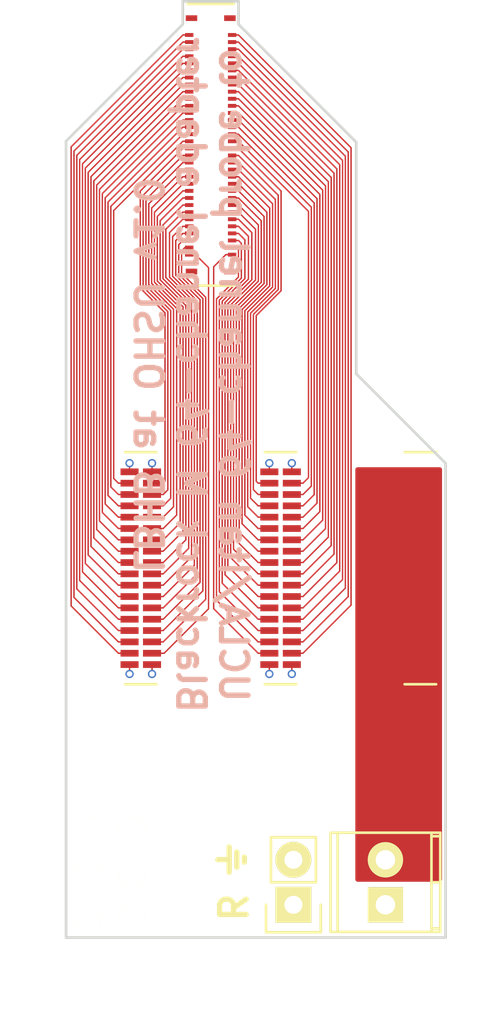
<source format=kicad_pcb>
(kicad_pcb (version 20171130) (host pcbnew "(5.1.12)-1")

  (general
    (thickness 1.6)
    (drawings 16)
    (tracks 415)
    (zones 0)
    (modules 12)
    (nets 67)
  )

  (page A4)
  (layers
    (0 F.Cu signal)
    (1 In1.Cu signal)
    (2 In2.Cu signal)
    (31 B.Cu signal)
    (32 B.Adhes user)
    (33 F.Adhes user)
    (34 B.Paste user)
    (35 F.Paste user)
    (36 B.SilkS user hide)
    (37 F.SilkS user)
    (38 B.Mask user)
    (39 F.Mask user)
    (40 Dwgs.User user)
    (41 Cmts.User user)
    (42 Eco1.User user)
    (43 Eco2.User user)
    (44 Edge.Cuts user)
    (45 Margin user)
    (46 B.CrtYd user)
    (47 F.CrtYd user)
    (48 B.Fab user)
    (49 F.Fab user)
  )

  (setup
    (last_trace_width 0.08)
    (trace_clearance 0.08)
    (zone_clearance 0.08)
    (zone_45_only yes)
    (trace_min 0.08)
    (via_size 0.47)
    (via_drill 0.305)
    (via_min_size 0.47)
    (via_min_drill 0.305)
    (uvia_size 0.3)
    (uvia_drill 0.1)
    (uvias_allowed no)
    (uvia_min_size 0.2)
    (uvia_min_drill 0.1)
    (edge_width 0.15)
    (segment_width 0.2)
    (pcb_text_width 0.3)
    (pcb_text_size 1.5 1.5)
    (mod_edge_width 0.15)
    (mod_text_size 1 1)
    (mod_text_width 0.15)
    (pad_size 0.32 0.35)
    (pad_drill 0)
    (pad_to_mask_clearance 0.2)
    (aux_axis_origin 0 0)
    (visible_elements 7FFEFFFF)
    (pcbplotparams
      (layerselection 0x010fc_ffffffff)
      (usegerberextensions true)
      (usegerberattributes true)
      (usegerberadvancedattributes true)
      (creategerberjobfile true)
      (excludeedgelayer true)
      (linewidth 0.100000)
      (plotframeref false)
      (viasonmask false)
      (mode 1)
      (useauxorigin false)
      (hpglpennumber 1)
      (hpglpenspeed 20)
      (hpglpendiameter 15.000000)
      (psnegative false)
      (psa4output false)
      (plotreference false)
      (plotvalue false)
      (plotinvisibletext false)
      (padsonsilk false)
      (subtractmaskfromsilk false)
      (outputformat 1)
      (mirror false)
      (drillshape 0)
      (scaleselection 1)
      (outputdirectory "gerber"))
  )

  (net 0 "")
  (net 1 /1)
  (net 2 /2)
  (net 3 /3)
  (net 4 /4)
  (net 5 /5)
  (net 6 /6)
  (net 7 /7)
  (net 8 /8)
  (net 9 /9)
  (net 10 /10)
  (net 11 /11)
  (net 12 /12)
  (net 13 /13)
  (net 14 /14)
  (net 15 /15)
  (net 16 /16)
  (net 17 /17)
  (net 18 /18)
  (net 19 /19)
  (net 20 /20)
  (net 21 /21)
  (net 22 /22)
  (net 23 /23)
  (net 24 /24)
  (net 25 /25)
  (net 26 /26)
  (net 27 /27)
  (net 28 /28)
  (net 29 /29)
  (net 30 /30)
  (net 31 /31)
  (net 32 /32)
  (net 33 /33)
  (net 34 /34)
  (net 35 /35)
  (net 36 /36)
  (net 37 /37)
  (net 38 /38)
  (net 39 /39)
  (net 40 /40)
  (net 41 /41)
  (net 42 /42)
  (net 43 /43)
  (net 44 /44)
  (net 45 /45)
  (net 46 /46)
  (net 47 /47)
  (net 48 /48)
  (net 49 /49)
  (net 50 /50)
  (net 51 /51)
  (net 52 /52)
  (net 53 /53)
  (net 54 /54)
  (net 55 /55)
  (net 56 /56)
  (net 57 /57)
  (net 58 /58)
  (net 59 /59)
  (net 60 /60)
  (net 61 /61)
  (net 62 /62)
  (net 63 /63)
  (net 64 /64)
  (net 65 /R)
  (net 66 /G)

  (net_class Default "This is the default net class."
    (clearance 0.08)
    (trace_width 0.08)
    (via_dia 0.47)
    (via_drill 0.305)
    (uvia_dia 0.3)
    (uvia_drill 0.1)
    (add_net /1)
    (add_net /10)
    (add_net /11)
    (add_net /12)
    (add_net /13)
    (add_net /14)
    (add_net /15)
    (add_net /16)
    (add_net /17)
    (add_net /18)
    (add_net /19)
    (add_net /2)
    (add_net /20)
    (add_net /21)
    (add_net /22)
    (add_net /23)
    (add_net /24)
    (add_net /25)
    (add_net /26)
    (add_net /27)
    (add_net /28)
    (add_net /29)
    (add_net /3)
    (add_net /30)
    (add_net /31)
    (add_net /32)
    (add_net /33)
    (add_net /34)
    (add_net /35)
    (add_net /36)
    (add_net /37)
    (add_net /38)
    (add_net /39)
    (add_net /4)
    (add_net /40)
    (add_net /41)
    (add_net /42)
    (add_net /43)
    (add_net /44)
    (add_net /45)
    (add_net /46)
    (add_net /47)
    (add_net /48)
    (add_net /49)
    (add_net /5)
    (add_net /50)
    (add_net /51)
    (add_net /52)
    (add_net /53)
    (add_net /54)
    (add_net /55)
    (add_net /56)
    (add_net /57)
    (add_net /58)
    (add_net /59)
    (add_net /6)
    (add_net /60)
    (add_net /61)
    (add_net /62)
    (add_net /63)
    (add_net /64)
    (add_net /7)
    (add_net /8)
    (add_net /9)
    (add_net /G)
    (add_net /R)
  )

  (module Terminal_Blocks:TerminalBlock_Pheonix_MPT-2.54mm_2pol (layer F.Cu) (tedit 56F99449) (tstamp 56F96E4D)
    (at 153.6 121.7 90)
    (descr "2-way 2.54mm pitch terminal block, Phoenix MPT series")
    (path /56F99751)
    (fp_text reference P2 (at 1.27 -4.50088 90) (layer F.SilkS) hide
      (effects (font (size 1 1) (thickness 0.15)))
    )
    (fp_text value 1725656 (at 1.27 4.50088 90) (layer F.Fab)
      (effects (font (size 1 1) (thickness 0.15)))
    )
    (fp_line (start -1.52908 -3.0988) (end -1.52908 3.0988) (layer F.SilkS) (width 0.15))
    (fp_line (start 4.06908 -3.0988) (end -1.52908 -3.0988) (layer F.SilkS) (width 0.15))
    (fp_line (start 4.06908 3.0988) (end 4.06908 -3.0988) (layer F.SilkS) (width 0.15))
    (fp_line (start -1.52908 3.0988) (end 4.06908 3.0988) (layer F.SilkS) (width 0.15))
    (fp_line (start -1.52908 -2.70002) (end 4.06908 -2.70002) (layer F.SilkS) (width 0.15))
    (fp_line (start 1.27 3.0988) (end 1.27 2.60096) (layer F.SilkS) (width 0.15))
    (fp_line (start 3.87096 2.60096) (end 3.87096 3.0988) (layer F.SilkS) (width 0.15))
    (fp_line (start -1.33096 3.0988) (end -1.33096 2.60096) (layer F.SilkS) (width 0.15))
    (fp_line (start 4.06908 2.60096) (end -1.52908 2.60096) (layer F.SilkS) (width 0.15))
    (fp_line (start 4.3 -3.3) (end 4.3 3.3) (layer F.CrtYd) (width 0.05))
    (fp_line (start 4.3 3.3) (end -1.7 3.3) (layer F.CrtYd) (width 0.05))
    (fp_line (start -1.7 3.3) (end -1.7 -3.3) (layer F.CrtYd) (width 0.05))
    (fp_line (start -1.7 -3.3) (end 4.3 -3.3) (layer F.CrtYd) (width 0.05))
    (pad 2 thru_hole oval (at 2.54 0 90) (size 1.99898 1.99898) (drill 1.09728) (layers *.Cu *.Mask F.SilkS)
      (net 66 /G))
    (pad 1 thru_hole rect (at 0 0 90) (size 1.99898 1.99898) (drill 1.09728) (layers *.Cu *.Mask F.SilkS)
      (net 65 /R))
    (model Terminal_Blocks.3dshapes/TerminalBlock_Pheonix_MPT-2.54mm_2pol.wrl
      (offset (xyz 1.269999980926514 0 0))
      (scale (xyz 1 1 1))
      (rotate (xyz 0 0 0))
    )
  )

  (module Socket_Strips:Socket_Strip_Straight_1x02 (layer F.Cu) (tedit 56F99461) (tstamp 56F98E3E)
    (at 148.4 121.7 90)
    (descr "Through hole socket strip")
    (tags "socket strip")
    (path /56F9B9A8)
    (fp_text reference JP1 (at 0 -5.1 90) (layer F.SilkS) hide
      (effects (font (size 1 1) (thickness 0.15)))
    )
    (fp_text value Jumper_NO_Small (at 0 -3.1 90) (layer F.Fab)
      (effects (font (size 1 1) (thickness 0.15)))
    )
    (fp_line (start 3.81 -1.27) (end 3.81 1.27) (layer F.SilkS) (width 0.15))
    (fp_line (start 1.27 -1.27) (end 3.81 -1.27) (layer F.SilkS) (width 0.15))
    (fp_line (start -1.55 -1.55) (end -1.55 1.55) (layer F.SilkS) (width 0.15))
    (fp_line (start 0 -1.55) (end -1.55 -1.55) (layer F.SilkS) (width 0.15))
    (fp_line (start 1.27 1.27) (end 1.27 -1.27) (layer F.SilkS) (width 0.15))
    (fp_line (start -1.75 1.75) (end 4.3 1.75) (layer F.CrtYd) (width 0.05))
    (fp_line (start -1.75 -1.75) (end 4.3 -1.75) (layer F.CrtYd) (width 0.05))
    (fp_line (start 4.3 -1.75) (end 4.3 1.75) (layer F.CrtYd) (width 0.05))
    (fp_line (start -1.75 -1.75) (end -1.75 1.75) (layer F.CrtYd) (width 0.05))
    (fp_line (start 3.81 1.27) (end 1.27 1.27) (layer F.SilkS) (width 0.15))
    (fp_line (start -1.55 1.55) (end 0 1.55) (layer F.SilkS) (width 0.15))
    (pad 1 thru_hole rect (at 0 0 90) (size 2.032 2.032) (drill 1.016) (layers *.Cu *.Mask F.SilkS)
      (net 65 /R))
    (pad 2 thru_hole oval (at 2.54 0 90) (size 2.032 2.032) (drill 1.016) (layers *.Cu *.Mask F.SilkS)
      (net 66 /G))
    (model Socket_Strips.3dshapes/Socket_Strip_Straight_1x02.wrl
      (offset (xyz 1.269999980926514 0 0))
      (scale (xyz 1 1 1))
      (rotate (xyz 0 0 180))
    )
  )

  (module "headstage adapter:#0_drill_hole" (layer F.Cu) (tedit 56FBED79) (tstamp 56F990A1)
    (at 136.8 122.5)
    (fp_text reference M3 (at 0 0.5) (layer F.SilkS) hide
      (effects (font (size 1 1) (thickness 0.15)))
    )
    (fp_text value "#0 drill hole" (at 0 -0.5) (layer F.Fab)
      (effects (font (size 1 1) (thickness 0.15)))
    )
    (pad "" np_thru_hole circle (at 0 0) (size 1.524 1.524) (drill 1.524) (layers *.Cu *.Mask F.SilkS))
  )

  (module "headstage adapter:#0_drill_hole" (layer F.Cu) (tedit 56FBED76) (tstamp 56F990B2)
    (at 136.8 120)
    (fp_text reference M2 (at 0 0.5) (layer F.SilkS) hide
      (effects (font (size 1 1) (thickness 0.15)))
    )
    (fp_text value "#0 drill hole" (at 0 -0.5) (layer F.Fab)
      (effects (font (size 1 1) (thickness 0.15)))
    )
    (pad "" np_thru_hole circle (at 0 0) (size 1.524 1.524) (drill 1.524) (layers *.Cu *.Mask F.SilkS))
  )

  (module "headstage adapter:#0_drill_hole" (layer F.Cu) (tedit 56FBED83) (tstamp 56F990CC)
    (at 139.3 117.5)
    (fp_text reference M6 (at 0 0.5) (layer F.SilkS) hide
      (effects (font (size 1 1) (thickness 0.15)))
    )
    (fp_text value "#0 drill hole" (at 0 -0.5) (layer F.Fab)
      (effects (font (size 1 1) (thickness 0.15)))
    )
    (pad "" np_thru_hole circle (at 0 0) (size 1.524 1.524) (drill 1.524) (layers *.Cu *.Mask F.SilkS))
  )

  (module "headstage adapter:#0_drill_hole" (layer F.Cu) (tedit 56FBED5D) (tstamp 56F990DE)
    (at 136.8 117.5)
    (fp_text reference M1 (at 0 0.5) (layer F.SilkS) hide
      (effects (font (size 1 1) (thickness 0.15)))
    )
    (fp_text value "#0 drill hole" (at 0 -0.5) (layer F.Fab)
      (effects (font (size 1 1) (thickness 0.15)))
    )
    (pad "" np_thru_hole circle (at 0 0) (size 1.524 1.524) (drill 1.524) (layers *.Cu *.Mask F.SilkS))
  )

  (module "headstage adapter:#0_drill_hole" (layer F.Cu) (tedit 56FBED7D) (tstamp 56F99D04)
    (at 139.3 122.5)
    (fp_text reference M4 (at 0 0.5) (layer F.SilkS) hide
      (effects (font (size 1 1) (thickness 0.15)))
    )
    (fp_text value "#0 drill hole" (at 0 -0.5) (layer F.Fab)
      (effects (font (size 1 1) (thickness 0.15)))
    )
    (pad "" np_thru_hole circle (at 0 0) (size 1.524 1.524) (drill 1.524) (layers *.Cu *.Mask F.SilkS))
  )

  (module "headstage adapter:#0_drill_hole" (layer F.Cu) (tedit 56FBED7F) (tstamp 56F99D2D)
    (at 139.3 120)
    (fp_text reference M5 (at 0 0.5) (layer F.SilkS) hide
      (effects (font (size 1 1) (thickness 0.15)))
    )
    (fp_text value "#0 drill hole" (at 0 -0.5) (layer F.Fab)
      (effects (font (size 1 1) (thickness 0.15)))
    )
    (pad "" np_thru_hole circle (at 0 0) (size 1.524 1.524) (drill 1.524) (layers *.Cu *.Mask F.SilkS))
  )

  (module "headstage adapter:Molex_SlimStack_receptacle_64_0.4mm_pitch" (layer F.Cu) (tedit 56FBF89C) (tstamp 56FC0C93)
    (at 143.725 78.8 270)
    (path /56F9721A)
    (fp_text reference P1 (at 0 4.5 270) (layer F.SilkS) hide
      (effects (font (size 1 1) (thickness 0.15)))
    )
    (fp_text value 502426-6410 (at 0 2.7 270) (layer F.Fab)
      (effects (font (size 1 1) (thickness 0.15)))
    )
    (fp_line (start 7.95 -1.3) (end 7.95 1.3) (layer F.SilkS) (width 0.15))
    (fp_line (start -7.95 -1.3) (end -7.95 1.3) (layer F.SilkS) (width 0.15))
    (pad 1 smd rect (at -6.2 1.2125 270) (size 0.22 0.475) (layers F.Cu F.Paste F.Mask)
      (net 2 /2))
    (pad 2 smd rect (at -6.2 -1.2125 270) (size 0.22 0.475) (layers F.Cu F.Paste F.Mask)
      (net 33 /33))
    (pad 3 smd rect (at -5.8 1.2125 270) (size 0.22 0.475) (layers F.Cu F.Paste F.Mask)
      (net 4 /4))
    (pad 4 smd rect (at -5.8 -1.2125 270) (size 0.22 0.475) (layers F.Cu F.Paste F.Mask)
      (net 35 /35))
    (pad 5 smd rect (at -5.4 1.2125 270) (size 0.22 0.475) (layers F.Cu F.Paste F.Mask)
      (net 6 /6))
    (pad 6 smd rect (at -5.4 -1.2125 270) (size 0.22 0.475) (layers F.Cu F.Paste F.Mask)
      (net 37 /37))
    (pad 7 smd rect (at -5 1.2125 270) (size 0.22 0.475) (layers F.Cu F.Paste F.Mask)
      (net 8 /8))
    (pad 8 smd rect (at -5 -1.2125 270) (size 0.22 0.475) (layers F.Cu F.Paste F.Mask)
      (net 39 /39))
    (pad 9 smd rect (at -4.6 1.2125 270) (size 0.22 0.475) (layers F.Cu F.Paste F.Mask)
      (net 10 /10))
    (pad 10 smd rect (at -4.6 -1.2125 270) (size 0.22 0.475) (layers F.Cu F.Paste F.Mask)
      (net 41 /41))
    (pad 11 smd rect (at -4.2 1.2125 270) (size 0.22 0.475) (layers F.Cu F.Paste F.Mask)
      (net 12 /12))
    (pad 12 smd rect (at -4.2 -1.2125 270) (size 0.22 0.475) (layers F.Cu F.Paste F.Mask)
      (net 43 /43))
    (pad 13 smd rect (at -3.8 1.2125 270) (size 0.22 0.475) (layers F.Cu F.Paste F.Mask)
      (net 14 /14))
    (pad 14 smd rect (at -3.8 -1.2125 270) (size 0.22 0.475) (layers F.Cu F.Paste F.Mask)
      (net 45 /45))
    (pad 15 smd rect (at -3.4 1.2125 270) (size 0.22 0.475) (layers F.Cu F.Paste F.Mask)
      (net 16 /16))
    (pad 16 smd rect (at -3.4 -1.2125 270) (size 0.22 0.475) (layers F.Cu F.Paste F.Mask)
      (net 47 /47))
    (pad 17 smd rect (at -3 1.2125 270) (size 0.22 0.475) (layers F.Cu F.Paste F.Mask)
      (net 18 /18))
    (pad 18 smd rect (at -3 -1.2125 270) (size 0.22 0.475) (layers F.Cu F.Paste F.Mask)
      (net 49 /49))
    (pad 19 smd rect (at -2.6 1.2125 270) (size 0.22 0.475) (layers F.Cu F.Paste F.Mask)
      (net 20 /20))
    (pad 20 smd rect (at -2.6 -1.2125 270) (size 0.22 0.475) (layers F.Cu F.Paste F.Mask)
      (net 51 /51))
    (pad 21 smd rect (at -2.2 1.2125 270) (size 0.22 0.475) (layers F.Cu F.Paste F.Mask)
      (net 22 /22))
    (pad 22 smd rect (at -2.2 -1.2125 270) (size 0.22 0.475) (layers F.Cu F.Paste F.Mask)
      (net 53 /53))
    (pad 23 smd rect (at -1.8 1.2125 270) (size 0.22 0.475) (layers F.Cu F.Paste F.Mask)
      (net 24 /24))
    (pad 24 smd rect (at -1.8 -1.2125 270) (size 0.22 0.475) (layers F.Cu F.Paste F.Mask)
      (net 55 /55))
    (pad 25 smd rect (at -1.4 1.2125 270) (size 0.22 0.475) (layers F.Cu F.Paste F.Mask)
      (net 26 /26))
    (pad 26 smd rect (at -1.4 -1.2125 270) (size 0.22 0.475) (layers F.Cu F.Paste F.Mask)
      (net 57 /57))
    (pad 27 smd rect (at -1 1.2125 270) (size 0.22 0.475) (layers F.Cu F.Paste F.Mask)
      (net 28 /28))
    (pad 28 smd rect (at -1 -1.2125 270) (size 0.22 0.475) (layers F.Cu F.Paste F.Mask)
      (net 59 /59))
    (pad 29 smd rect (at -0.6 1.2125 270) (size 0.22 0.475) (layers F.Cu F.Paste F.Mask)
      (net 30 /30))
    (pad 30 smd rect (at -0.6 -1.2125 270) (size 0.22 0.475) (layers F.Cu F.Paste F.Mask)
      (net 61 /61))
    (pad 31 smd rect (at -0.2 1.2125 270) (size 0.22 0.475) (layers F.Cu F.Paste F.Mask)
      (net 32 /32))
    (pad 32 smd rect (at -0.2 -1.2125 270) (size 0.22 0.475) (layers F.Cu F.Paste F.Mask)
      (net 63 /63))
    (pad 33 smd rect (at 0.2 1.2125 270) (size 0.22 0.475) (layers F.Cu F.Paste F.Mask)
      (net 31 /31))
    (pad 34 smd rect (at 0.2 -1.2125 270) (size 0.22 0.475) (layers F.Cu F.Paste F.Mask)
      (net 64 /64))
    (pad 35 smd rect (at 0.6 1.2125 270) (size 0.22 0.475) (layers F.Cu F.Paste F.Mask)
      (net 29 /29))
    (pad 36 smd rect (at 0.6 -1.2125 270) (size 0.22 0.475) (layers F.Cu F.Paste F.Mask)
      (net 62 /62))
    (pad 37 smd rect (at 1 1.2125 270) (size 0.22 0.475) (layers F.Cu F.Paste F.Mask)
      (net 27 /27))
    (pad 38 smd rect (at 1 -1.2125 270) (size 0.22 0.475) (layers F.Cu F.Paste F.Mask)
      (net 60 /60))
    (pad 39 smd rect (at 1.4 1.2125 270) (size 0.22 0.475) (layers F.Cu F.Paste F.Mask)
      (net 25 /25))
    (pad 40 smd rect (at 1.4 -1.2125 270) (size 0.22 0.475) (layers F.Cu F.Paste F.Mask)
      (net 58 /58))
    (pad 41 smd rect (at 1.8 1.2125 270) (size 0.22 0.475) (layers F.Cu F.Paste F.Mask)
      (net 23 /23))
    (pad 42 smd rect (at 1.8 -1.2125 270) (size 0.22 0.475) (layers F.Cu F.Paste F.Mask)
      (net 56 /56))
    (pad 43 smd rect (at 2.2 1.2125 270) (size 0.22 0.475) (layers F.Cu F.Paste F.Mask)
      (net 21 /21))
    (pad 44 smd rect (at 2.2 -1.2125 270) (size 0.22 0.475) (layers F.Cu F.Paste F.Mask)
      (net 54 /54))
    (pad 45 smd rect (at 2.6 1.2125 270) (size 0.22 0.475) (layers F.Cu F.Paste F.Mask)
      (net 19 /19))
    (pad 46 smd rect (at 2.6 -1.2125 270) (size 0.22 0.475) (layers F.Cu F.Paste F.Mask)
      (net 52 /52))
    (pad 47 smd rect (at 3 1.2125 270) (size 0.22 0.475) (layers F.Cu F.Paste F.Mask)
      (net 17 /17))
    (pad 48 smd rect (at 3 -1.2125 270) (size 0.22 0.475) (layers F.Cu F.Paste F.Mask)
      (net 50 /50))
    (pad 49 smd rect (at 3.4 1.2125 270) (size 0.22 0.475) (layers F.Cu F.Paste F.Mask)
      (net 15 /15))
    (pad 50 smd rect (at 3.4 -1.2125 270) (size 0.22 0.475) (layers F.Cu F.Paste F.Mask)
      (net 48 /48))
    (pad 51 smd rect (at 3.8 1.2125 270) (size 0.22 0.475) (layers F.Cu F.Paste F.Mask)
      (net 13 /13))
    (pad 52 smd rect (at 3.8 -1.2125 270) (size 0.22 0.475) (layers F.Cu F.Paste F.Mask)
      (net 46 /46))
    (pad 53 smd rect (at 4.2 1.2125 270) (size 0.22 0.475) (layers F.Cu F.Paste F.Mask)
      (net 11 /11))
    (pad 54 smd rect (at 4.2 -1.2125 270) (size 0.22 0.475) (layers F.Cu F.Paste F.Mask)
      (net 44 /44))
    (pad 55 smd rect (at 4.6 1.2125 270) (size 0.22 0.475) (layers F.Cu F.Paste F.Mask)
      (net 9 /9))
    (pad 56 smd rect (at 4.6 -1.2125 270) (size 0.22 0.475) (layers F.Cu F.Paste F.Mask)
      (net 42 /42))
    (pad 57 smd rect (at 5 1.2125 270) (size 0.22 0.475) (layers F.Cu F.Paste F.Mask)
      (net 7 /7))
    (pad 58 smd rect (at 5 -1.2125 270) (size 0.22 0.475) (layers F.Cu F.Paste F.Mask)
      (net 40 /40))
    (pad 59 smd rect (at 5.4 1.2125 270) (size 0.22 0.475) (layers F.Cu F.Paste F.Mask)
      (net 5 /5))
    (pad 60 smd rect (at 5.4 -1.2125 270) (size 0.22 0.475) (layers F.Cu F.Paste F.Mask)
      (net 38 /38))
    (pad 61 smd rect (at 5.8 1.2125 270) (size 0.22 0.475) (layers F.Cu F.Paste F.Mask)
      (net 3 /3))
    (pad 62 smd rect (at 5.8 -1.2125 270) (size 0.22 0.475) (layers F.Cu F.Paste F.Mask)
      (net 36 /36))
    (pad 63 smd rect (at 6.2 1.2125 270) (size 0.22 0.475) (layers F.Cu F.Paste F.Mask)
      (net 1 /1))
    (pad 64 smd rect (at 6.2 -1.2125 270) (size 0.22 0.475) (layers F.Cu F.Paste F.Mask)
      (net 34 /34))
    (pad "" smd rect (at -7.15 1.085 270) (size 0.32 0.65) (layers F.Cu F.Paste F.Mask))
    (pad "" smd rect (at -7.15 -1.085 270) (size 0.32 0.65) (layers F.Cu F.Paste F.Mask))
    (pad "" smd rect (at 7.15 -1.085 270) (size 0.32 0.65) (layers F.Cu F.Paste F.Mask))
    (pad "" smd rect (at 7.15 1.085 270) (size 0.32 0.65) (layers F.Cu F.Paste F.Mask))
    (pad "" smd rect (at -7.15 0.525 270) (size 0.32 0.35) (layers F.Mask))
    (pad "" smd rect (at -7.15 -0.525 270) (size 0.32 0.35) (layers F.Mask))
    (pad "" smd rect (at 7.15 -0.525 270) (size 0.32 0.35) (layers F.Mask))
    (pad "" smd rect (at 7.15 0.525 270) (size 0.32 0.35) (layers F.Mask))
  )

  (module "headstage adapter:omnetics_connector_36_pin" (layer F.Cu) (tedit 56FBEE64) (tstamp 56F96E75)
    (at 139.775 102.7 90)
    (path /56F96C58)
    (fp_text reference U1 (at 0 3.6 90) (layer F.SilkS) hide
      (effects (font (size 1 1) (thickness 0.15)))
    )
    (fp_text value A79026-001 (at 0 2.1 90) (layer F.Fab)
      (effects (font (size 1 1) (thickness 0.15)))
    )
    (fp_line (start 6.55 0.89) (end 6.55 -0.89) (layer F.SilkS) (width 0.15))
    (fp_line (start -6.55 -0.89) (end -6.55 0.89) (layer F.SilkS) (width 0.15))
    (pad 1 smd rect (at -5.44 0.635 90) (size 0.38 1.02) (layers F.Cu F.Paste F.Mask)
      (net 66 /G))
    (pad 2 smd rect (at -5.44 -0.635 90) (size 0.38 1.02) (layers F.Cu F.Paste F.Mask)
      (net 65 /R))
    (pad 3 smd rect (at -4.8 0.635 90) (size 0.38 1.02) (layers F.Cu F.Paste F.Mask)
      (net 1 /1))
    (pad 4 smd rect (at -4.8 -0.635 90) (size 0.38 1.02) (layers F.Cu F.Paste F.Mask)
      (net 2 /2))
    (pad 5 smd rect (at -4.16 0.635 90) (size 0.38 1.02) (layers F.Cu F.Paste F.Mask)
      (net 3 /3))
    (pad 6 smd rect (at -4.16 -0.635 90) (size 0.38 1.02) (layers F.Cu F.Paste F.Mask)
      (net 4 /4))
    (pad 7 smd rect (at -3.52 0.635 90) (size 0.38 1.02) (layers F.Cu F.Paste F.Mask)
      (net 5 /5))
    (pad 8 smd rect (at -3.52 -0.635 90) (size 0.38 1.02) (layers F.Cu F.Paste F.Mask)
      (net 6 /6))
    (pad 9 smd rect (at -2.88 0.635 90) (size 0.38 1.02) (layers F.Cu F.Paste F.Mask)
      (net 7 /7))
    (pad 10 smd rect (at -2.88 -0.635 90) (size 0.38 1.02) (layers F.Cu F.Paste F.Mask)
      (net 8 /8))
    (pad 11 smd rect (at -2.24 0.635 90) (size 0.38 1.02) (layers F.Cu F.Paste F.Mask)
      (net 9 /9))
    (pad 12 smd rect (at -2.24 -0.635 90) (size 0.38 1.02) (layers F.Cu F.Paste F.Mask)
      (net 10 /10))
    (pad 13 smd rect (at -1.6 0.635 90) (size 0.38 1.02) (layers F.Cu F.Paste F.Mask)
      (net 11 /11))
    (pad 14 smd rect (at -1.6 -0.635 90) (size 0.38 1.02) (layers F.Cu F.Paste F.Mask)
      (net 12 /12))
    (pad 15 smd rect (at -0.96 0.635 90) (size 0.38 1.02) (layers F.Cu F.Paste F.Mask)
      (net 13 /13))
    (pad 16 smd rect (at -0.96 -0.635 90) (size 0.38 1.02) (layers F.Cu F.Paste F.Mask)
      (net 14 /14))
    (pad 17 smd rect (at -0.32 0.635 90) (size 0.38 1.02) (layers F.Cu F.Paste F.Mask)
      (net 15 /15))
    (pad 18 smd rect (at -0.32 -0.635 90) (size 0.38 1.02) (layers F.Cu F.Paste F.Mask)
      (net 16 /16))
    (pad 19 smd rect (at 0.32 0.635 90) (size 0.38 1.02) (layers F.Cu F.Paste F.Mask)
      (net 17 /17))
    (pad 20 smd rect (at 0.32 -0.635 90) (size 0.38 1.02) (layers F.Cu F.Paste F.Mask)
      (net 18 /18))
    (pad 21 smd rect (at 0.96 0.635 90) (size 0.38 1.02) (layers F.Cu F.Paste F.Mask)
      (net 19 /19))
    (pad 22 smd rect (at 0.96 -0.635 90) (size 0.38 1.02) (layers F.Cu F.Paste F.Mask)
      (net 20 /20))
    (pad 23 smd rect (at 1.6 0.635 90) (size 0.38 1.02) (layers F.Cu F.Paste F.Mask)
      (net 21 /21))
    (pad 24 smd rect (at 1.6 -0.635 90) (size 0.38 1.02) (layers F.Cu F.Paste F.Mask)
      (net 22 /22))
    (pad 25 smd rect (at 2.24 0.635 90) (size 0.38 1.02) (layers F.Cu F.Paste F.Mask)
      (net 23 /23))
    (pad 26 smd rect (at 2.24 -0.635 90) (size 0.38 1.02) (layers F.Cu F.Paste F.Mask)
      (net 24 /24))
    (pad 27 smd rect (at 2.88 0.635 90) (size 0.38 1.02) (layers F.Cu F.Paste F.Mask)
      (net 25 /25))
    (pad 28 smd rect (at 2.88 -0.635 90) (size 0.38 1.02) (layers F.Cu F.Paste F.Mask)
      (net 26 /26))
    (pad 29 smd rect (at 3.52 0.635 90) (size 0.38 1.02) (layers F.Cu F.Paste F.Mask)
      (net 27 /27))
    (pad 30 smd rect (at 3.52 -0.635 90) (size 0.38 1.02) (layers F.Cu F.Paste F.Mask)
      (net 28 /28))
    (pad 31 smd rect (at 4.16 0.635 90) (size 0.38 1.02) (layers F.Cu F.Paste F.Mask)
      (net 29 /29))
    (pad 32 smd rect (at 4.16 -0.635 90) (size 0.38 1.02) (layers F.Cu F.Paste F.Mask)
      (net 30 /30))
    (pad 33 smd rect (at 4.8 0.635 90) (size 0.38 1.02) (layers F.Cu F.Paste F.Mask)
      (net 31 /31))
    (pad 34 smd rect (at 4.8 -0.635 90) (size 0.38 1.02) (layers F.Cu F.Paste F.Mask)
      (net 32 /32))
    (pad 35 smd rect (at 5.44 0.635 90) (size 0.38 1.02) (layers F.Cu F.Paste F.Mask)
      (net 65 /R))
    (pad 36 smd rect (at 5.44 -0.635 90) (size 0.38 1.02) (layers F.Cu F.Paste F.Mask)
      (net 66 /G))
  )

  (module "headstage adapter:omnetics_connector_36_pin" (layer F.Cu) (tedit 56FBEE66) (tstamp 56F96E9D)
    (at 147.675 102.7 90)
    (path /56F99112)
    (fp_text reference U2 (at 0 3.6 90) (layer F.SilkS) hide
      (effects (font (size 1 1) (thickness 0.15)))
    )
    (fp_text value A79026-001 (at 0 2.1 90) (layer F.Fab)
      (effects (font (size 1 1) (thickness 0.15)))
    )
    (fp_line (start 6.55 0.89) (end 6.55 -0.89) (layer F.SilkS) (width 0.15))
    (fp_line (start -6.55 -0.89) (end -6.55 0.89) (layer F.SilkS) (width 0.15))
    (pad 1 smd rect (at -5.44 0.635 90) (size 0.38 1.02) (layers F.Cu F.Paste F.Mask)
      (net 66 /G))
    (pad 2 smd rect (at -5.44 -0.635 90) (size 0.38 1.02) (layers F.Cu F.Paste F.Mask)
      (net 65 /R))
    (pad 3 smd rect (at -4.8 0.635 90) (size 0.38 1.02) (layers F.Cu F.Paste F.Mask)
      (net 33 /33))
    (pad 4 smd rect (at -4.8 -0.635 90) (size 0.38 1.02) (layers F.Cu F.Paste F.Mask)
      (net 34 /34))
    (pad 5 smd rect (at -4.16 0.635 90) (size 0.38 1.02) (layers F.Cu F.Paste F.Mask)
      (net 35 /35))
    (pad 6 smd rect (at -4.16 -0.635 90) (size 0.38 1.02) (layers F.Cu F.Paste F.Mask)
      (net 36 /36))
    (pad 7 smd rect (at -3.52 0.635 90) (size 0.38 1.02) (layers F.Cu F.Paste F.Mask)
      (net 37 /37))
    (pad 8 smd rect (at -3.52 -0.635 90) (size 0.38 1.02) (layers F.Cu F.Paste F.Mask)
      (net 38 /38))
    (pad 9 smd rect (at -2.88 0.635 90) (size 0.38 1.02) (layers F.Cu F.Paste F.Mask)
      (net 39 /39))
    (pad 10 smd rect (at -2.88 -0.635 90) (size 0.38 1.02) (layers F.Cu F.Paste F.Mask)
      (net 40 /40))
    (pad 11 smd rect (at -2.24 0.635 90) (size 0.38 1.02) (layers F.Cu F.Paste F.Mask)
      (net 41 /41))
    (pad 12 smd rect (at -2.24 -0.635 90) (size 0.38 1.02) (layers F.Cu F.Paste F.Mask)
      (net 42 /42))
    (pad 13 smd rect (at -1.6 0.635 90) (size 0.38 1.02) (layers F.Cu F.Paste F.Mask)
      (net 43 /43))
    (pad 14 smd rect (at -1.6 -0.635 90) (size 0.38 1.02) (layers F.Cu F.Paste F.Mask)
      (net 44 /44))
    (pad 15 smd rect (at -0.96 0.635 90) (size 0.38 1.02) (layers F.Cu F.Paste F.Mask)
      (net 45 /45))
    (pad 16 smd rect (at -0.96 -0.635 90) (size 0.38 1.02) (layers F.Cu F.Paste F.Mask)
      (net 46 /46))
    (pad 17 smd rect (at -0.32 0.635 90) (size 0.38 1.02) (layers F.Cu F.Paste F.Mask)
      (net 47 /47))
    (pad 18 smd rect (at -0.32 -0.635 90) (size 0.38 1.02) (layers F.Cu F.Paste F.Mask)
      (net 48 /48))
    (pad 19 smd rect (at 0.32 0.635 90) (size 0.38 1.02) (layers F.Cu F.Paste F.Mask)
      (net 49 /49))
    (pad 20 smd rect (at 0.32 -0.635 90) (size 0.38 1.02) (layers F.Cu F.Paste F.Mask)
      (net 50 /50))
    (pad 21 smd rect (at 0.96 0.635 90) (size 0.38 1.02) (layers F.Cu F.Paste F.Mask)
      (net 51 /51))
    (pad 22 smd rect (at 0.96 -0.635 90) (size 0.38 1.02) (layers F.Cu F.Paste F.Mask)
      (net 52 /52))
    (pad 23 smd rect (at 1.6 0.635 90) (size 0.38 1.02) (layers F.Cu F.Paste F.Mask)
      (net 53 /53))
    (pad 24 smd rect (at 1.6 -0.635 90) (size 0.38 1.02) (layers F.Cu F.Paste F.Mask)
      (net 54 /54))
    (pad 25 smd rect (at 2.24 0.635 90) (size 0.38 1.02) (layers F.Cu F.Paste F.Mask)
      (net 55 /55))
    (pad 26 smd rect (at 2.24 -0.635 90) (size 0.38 1.02) (layers F.Cu F.Paste F.Mask)
      (net 56 /56))
    (pad 27 smd rect (at 2.88 0.635 90) (size 0.38 1.02) (layers F.Cu F.Paste F.Mask)
      (net 57 /57))
    (pad 28 smd rect (at 2.88 -0.635 90) (size 0.38 1.02) (layers F.Cu F.Paste F.Mask)
      (net 58 /58))
    (pad 29 smd rect (at 3.52 0.635 90) (size 0.38 1.02) (layers F.Cu F.Paste F.Mask)
      (net 59 /59))
    (pad 30 smd rect (at 3.52 -0.635 90) (size 0.38 1.02) (layers F.Cu F.Paste F.Mask)
      (net 60 /60))
    (pad 31 smd rect (at 4.16 0.635 90) (size 0.38 1.02) (layers F.Cu F.Paste F.Mask)
      (net 61 /61))
    (pad 32 smd rect (at 4.16 -0.635 90) (size 0.38 1.02) (layers F.Cu F.Paste F.Mask)
      (net 62 /62))
    (pad 33 smd rect (at 4.8 0.635 90) (size 0.38 1.02) (layers F.Cu F.Paste F.Mask)
      (net 63 /63))
    (pad 34 smd rect (at 4.8 -0.635 90) (size 0.38 1.02) (layers F.Cu F.Paste F.Mask)
      (net 64 /64))
    (pad 35 smd rect (at 5.44 0.635 90) (size 0.38 1.02) (layers F.Cu F.Paste F.Mask)
      (net 65 /R))
    (pad 36 smd rect (at 5.44 -0.635 90) (size 0.38 1.02) (layers F.Cu F.Paste F.Mask)
      (net 66 /G))
  )

  (module "headstage adapter:omnetics_connector_36_pin" (layer F.Cu) (tedit 56FBEE69) (tstamp 56F998A0)
    (at 155.575 102.7 90)
    (path /56F9BD25)
    (fp_text reference U3 (at 0 3.6 90) (layer F.SilkS) hide
      (effects (font (size 1 1) (thickness 0.15)))
    )
    (fp_text value A79026-001 (at 0 2.1 90) (layer F.Fab)
      (effects (font (size 1 1) (thickness 0.15)))
    )
    (fp_line (start 6.55 0.89) (end 6.55 -0.89) (layer F.SilkS) (width 0.15))
    (fp_line (start -6.55 -0.89) (end -6.55 0.89) (layer F.SilkS) (width 0.15))
    (pad 1 smd rect (at -5.44 0.635 90) (size 0.38 1.02) (layers F.Cu F.Paste F.Mask)
      (net 66 /G))
    (pad 2 smd rect (at -5.44 -0.635 90) (size 0.38 1.02) (layers F.Cu F.Paste F.Mask)
      (net 66 /G))
    (pad 3 smd rect (at -4.8 0.635 90) (size 0.38 1.02) (layers F.Cu F.Paste F.Mask)
      (net 66 /G))
    (pad 4 smd rect (at -4.8 -0.635 90) (size 0.38 1.02) (layers F.Cu F.Paste F.Mask)
      (net 66 /G))
    (pad 5 smd rect (at -4.16 0.635 90) (size 0.38 1.02) (layers F.Cu F.Paste F.Mask)
      (net 66 /G))
    (pad 6 smd rect (at -4.16 -0.635 90) (size 0.38 1.02) (layers F.Cu F.Paste F.Mask)
      (net 66 /G))
    (pad 7 smd rect (at -3.52 0.635 90) (size 0.38 1.02) (layers F.Cu F.Paste F.Mask)
      (net 66 /G))
    (pad 8 smd rect (at -3.52 -0.635 90) (size 0.38 1.02) (layers F.Cu F.Paste F.Mask)
      (net 66 /G))
    (pad 9 smd rect (at -2.88 0.635 90) (size 0.38 1.02) (layers F.Cu F.Paste F.Mask)
      (net 66 /G))
    (pad 10 smd rect (at -2.88 -0.635 90) (size 0.38 1.02) (layers F.Cu F.Paste F.Mask)
      (net 66 /G))
    (pad 11 smd rect (at -2.24 0.635 90) (size 0.38 1.02) (layers F.Cu F.Paste F.Mask)
      (net 66 /G))
    (pad 12 smd rect (at -2.24 -0.635 90) (size 0.38 1.02) (layers F.Cu F.Paste F.Mask)
      (net 66 /G))
    (pad 13 smd rect (at -1.6 0.635 90) (size 0.38 1.02) (layers F.Cu F.Paste F.Mask)
      (net 66 /G))
    (pad 14 smd rect (at -1.6 -0.635 90) (size 0.38 1.02) (layers F.Cu F.Paste F.Mask)
      (net 66 /G))
    (pad 15 smd rect (at -0.96 0.635 90) (size 0.38 1.02) (layers F.Cu F.Paste F.Mask)
      (net 66 /G))
    (pad 16 smd rect (at -0.96 -0.635 90) (size 0.38 1.02) (layers F.Cu F.Paste F.Mask)
      (net 66 /G))
    (pad 17 smd rect (at -0.32 0.635 90) (size 0.38 1.02) (layers F.Cu F.Paste F.Mask)
      (net 66 /G))
    (pad 18 smd rect (at -0.32 -0.635 90) (size 0.38 1.02) (layers F.Cu F.Paste F.Mask)
      (net 66 /G))
    (pad 19 smd rect (at 0.32 0.635 90) (size 0.38 1.02) (layers F.Cu F.Paste F.Mask)
      (net 66 /G))
    (pad 20 smd rect (at 0.32 -0.635 90) (size 0.38 1.02) (layers F.Cu F.Paste F.Mask)
      (net 66 /G))
    (pad 21 smd rect (at 0.96 0.635 90) (size 0.38 1.02) (layers F.Cu F.Paste F.Mask)
      (net 66 /G))
    (pad 22 smd rect (at 0.96 -0.635 90) (size 0.38 1.02) (layers F.Cu F.Paste F.Mask)
      (net 66 /G))
    (pad 23 smd rect (at 1.6 0.635 90) (size 0.38 1.02) (layers F.Cu F.Paste F.Mask)
      (net 66 /G))
    (pad 24 smd rect (at 1.6 -0.635 90) (size 0.38 1.02) (layers F.Cu F.Paste F.Mask)
      (net 66 /G))
    (pad 25 smd rect (at 2.24 0.635 90) (size 0.38 1.02) (layers F.Cu F.Paste F.Mask)
      (net 66 /G))
    (pad 26 smd rect (at 2.24 -0.635 90) (size 0.38 1.02) (layers F.Cu F.Paste F.Mask)
      (net 66 /G))
    (pad 27 smd rect (at 2.88 0.635 90) (size 0.38 1.02) (layers F.Cu F.Paste F.Mask)
      (net 66 /G))
    (pad 28 smd rect (at 2.88 -0.635 90) (size 0.38 1.02) (layers F.Cu F.Paste F.Mask)
      (net 66 /G))
    (pad 29 smd rect (at 3.52 0.635 90) (size 0.38 1.02) (layers F.Cu F.Paste F.Mask)
      (net 66 /G))
    (pad 30 smd rect (at 3.52 -0.635 90) (size 0.38 1.02) (layers F.Cu F.Paste F.Mask)
      (net 66 /G))
    (pad 31 smd rect (at 4.16 0.635 90) (size 0.38 1.02) (layers F.Cu F.Paste F.Mask)
      (net 66 /G))
    (pad 32 smd rect (at 4.16 -0.635 90) (size 0.38 1.02) (layers F.Cu F.Paste F.Mask)
      (net 66 /G))
    (pad 33 smd rect (at 4.8 0.635 90) (size 0.38 1.02) (layers F.Cu F.Paste F.Mask)
      (net 66 /G))
    (pad 34 smd rect (at 4.8 -0.635 90) (size 0.38 1.02) (layers F.Cu F.Paste F.Mask)
      (net 66 /G))
    (pad 35 smd rect (at 5.44 0.635 90) (size 0.38 1.02) (layers F.Cu F.Paste F.Mask)
      (net 66 /G))
    (pad 36 smd rect (at 5.44 -0.635 90) (size 0.38 1.02) (layers F.Cu F.Paste F.Mask)
      (net 66 /G))
  )

  (gr_line (start 151.95 91.725) (end 157 96.775) (angle 90) (layer Edge.Cuts) (width 0.15))
  (gr_line (start 142.15 72) (end 135.55 78.6) (angle 90) (layer Edge.Cuts) (width 0.15))
  (gr_line (start 145.3 72) (end 151.95 78.65) (angle 90) (layer Edge.Cuts) (width 0.15))
  (gr_line (start 142.15 70.7) (end 142.15 72) (angle 90) (layer Edge.Cuts) (width 0.15))
  (gr_line (start 142.225 70.7) (end 142.15 70.7) (angle 90) (layer Edge.Cuts) (width 0.15))
  (gr_line (start 142.3 70.7) (end 142.225 70.7) (angle 90) (layer Edge.Cuts) (width 0.15))
  (gr_line (start 145.3 70.7) (end 145.3 72) (angle 90) (layer Edge.Cuts) (width 0.15))
  (gr_line (start 142.3 70.7) (end 145.3 70.7) (angle 90) (layer Edge.Cuts) (width 0.15))
  (gr_line (start 157 123.55) (end 157 118.6) (angle 90) (layer Edge.Cuts) (width 0.15))
  (gr_line (start 135.55 123.55) (end 157 123.55) (angle 90) (layer Edge.Cuts) (width 0.15))
  (gr_line (start 151.95 91.725) (end 151.95 78.65) (angle 90) (layer Edge.Cuts) (width 0.15))
  (gr_line (start 157 118.6) (end 157 96.775) (angle 90) (layer Edge.Cuts) (width 0.15))
  (gr_text "UCLA/Itan 64-channel probe to\nBlackrock M 64-channel adapter\nLBHB at OHSU v1.0" (at 142.6 91.8 270) (layer B.SilkS)
    (effects (font (size 1.5 1.5) (thickness 0.3)) (justify mirror))
  )
  (gr_text ⏚ (at 144.95 119.15 90) (layer F.SilkS)
    (effects (font (size 1.5 1.5) (thickness 0.3)))
  )
  (gr_text R (at 145.05 121.85 90) (layer F.SilkS)
    (effects (font (size 1.5 1.5) (thickness 0.3)))
  )
  (gr_line (start 135.55 123.55) (end 135.55 78.6) (angle 90) (layer Edge.Cuts) (width 0.15))

  (segment (start 142.5125 85) (end 142.8703 85) (width 0.08) (layer F.Cu) (net 1))
  (segment (start 140.41 107.5) (end 140.7331 107.5) (width 0.08) (layer F.Cu) (net 1))
  (segment (start 143.6036 85.7333) (end 142.8703 85) (width 0.08) (layer F.Cu) (net 1))
  (segment (start 143.6036 104.9925) (end 143.6036 85.7333) (width 0.08) (layer F.Cu) (net 1))
  (segment (start 141.0961 107.5) (end 143.6036 104.9925) (width 0.08) (layer F.Cu) (net 1))
  (segment (start 140.7331 107.5) (end 141.0961 107.5) (width 0.08) (layer F.Cu) (net 1))
  (segment (start 139.14 107.5) (end 138.5097 107.5) (width 0.08) (layer F.Cu) (net 2))
  (segment (start 142.5125 72.6) (end 142.1547 72.6) (width 0.08) (layer F.Cu) (net 2))
  (segment (start 139.14 107.5) (end 138.5097 107.5) (width 0.08) (layer F.Cu) (net 2))
  (segment (start 135.8383 104.8286) (end 138.5097 107.5) (width 0.08) (layer F.Cu) (net 2))
  (segment (start 135.8383 78.9164) (end 135.8383 104.8286) (width 0.08) (layer F.Cu) (net 2))
  (segment (start 142.1547 72.6) (end 135.8383 78.9164) (width 0.08) (layer F.Cu) (net 2))
  (segment (start 142.625 84.6) (end 142.5125 84.6) (width 0.08) (layer F.Cu) (net 3))
  (segment (start 142.5125 84.6) (end 142.267 84.6) (width 0.08) (layer F.Cu) (net 3))
  (segment (start 140.41 106.86) (end 141.0403 106.86) (width 0.08) (layer F.Cu) (net 3))
  (segment (start 143.4433 104.457) (end 141.0403 106.86) (width 0.08) (layer F.Cu) (net 3))
  (segment (start 143.4433 87.4084) (end 143.4433 104.457) (width 0.08) (layer F.Cu) (net 3))
  (segment (start 142.0801 86.0452) (end 143.4433 87.4084) (width 0.08) (layer F.Cu) (net 3))
  (segment (start 142.0801 84.7869) (end 142.0801 86.0452) (width 0.08) (layer F.Cu) (net 3))
  (segment (start 142.267 84.6) (end 142.0801 84.7869) (width 0.08) (layer F.Cu) (net 3))
  (segment (start 142.5125 73) (end 142.1547 73) (width 0.08) (layer F.Cu) (net 4))
  (segment (start 139.14 106.86) (end 138.5097 106.86) (width 0.08) (layer F.Cu) (net 4))
  (segment (start 135.9986 104.3489) (end 138.5097 106.86) (width 0.08) (layer F.Cu) (net 4))
  (segment (start 135.9986 79.1561) (end 135.9986 104.3489) (width 0.08) (layer F.Cu) (net 4))
  (segment (start 142.1547 73) (end 135.9986 79.1561) (width 0.08) (layer F.Cu) (net 4))
  (segment (start 140.41 106.22) (end 141.0403 106.22) (width 0.08) (layer F.Cu) (net 5))
  (segment (start 142.5125 84.2) (end 142.1547 84.2) (width 0.08) (layer F.Cu) (net 5))
  (segment (start 143.283 103.9773) (end 141.0403 106.22) (width 0.08) (layer F.Cu) (net 5))
  (segment (start 143.283 87.4748) (end 143.283 103.9773) (width 0.08) (layer F.Cu) (net 5))
  (segment (start 141.9198 86.1116) (end 143.283 87.4748) (width 0.08) (layer F.Cu) (net 5))
  (segment (start 141.9198 84.4349) (end 141.9198 86.1116) (width 0.08) (layer F.Cu) (net 5))
  (segment (start 142.1547 84.2) (end 141.9198 84.4349) (width 0.08) (layer F.Cu) (net 5))
  (segment (start 142.5125 73.4) (end 142.1547 73.4) (width 0.08) (layer F.Cu) (net 6))
  (segment (start 139.14 106.22) (end 138.5097 106.22) (width 0.08) (layer F.Cu) (net 6))
  (segment (start 136.1589 103.8692) (end 138.5097 106.22) (width 0.08) (layer F.Cu) (net 6))
  (segment (start 136.1589 79.3958) (end 136.1589 103.8692) (width 0.08) (layer F.Cu) (net 6))
  (segment (start 142.1547 73.4) (end 136.1589 79.3958) (width 0.08) (layer F.Cu) (net 6))
  (segment (start 140.41 105.58) (end 141.0403 105.58) (width 0.08) (layer F.Cu) (net 7))
  (segment (start 142.5125 83.8) (end 142.1547 83.8) (width 0.08) (layer F.Cu) (net 7))
  (segment (start 143.1227 103.4976) (end 141.0403 105.58) (width 0.08) (layer F.Cu) (net 7))
  (segment (start 143.1227 87.5413) (end 143.1227 103.4976) (width 0.08) (layer F.Cu) (net 7))
  (segment (start 141.7499 86.1685) (end 143.1227 87.5413) (width 0.08) (layer F.Cu) (net 7))
  (segment (start 141.7499 84.2048) (end 141.7499 86.1685) (width 0.08) (layer F.Cu) (net 7))
  (segment (start 142.1547 83.8) (end 141.7499 84.2048) (width 0.08) (layer F.Cu) (net 7))
  (segment (start 142.5125 73.8) (end 142.1547 73.8) (width 0.08) (layer F.Cu) (net 8))
  (segment (start 139.14 105.58) (end 138.5097 105.58) (width 0.08) (layer F.Cu) (net 8))
  (segment (start 136.3192 103.3895) (end 138.5097 105.58) (width 0.08) (layer F.Cu) (net 8))
  (segment (start 136.3192 79.6355) (end 136.3192 103.3895) (width 0.08) (layer F.Cu) (net 8))
  (segment (start 142.1547 73.8) (end 136.3192 79.6355) (width 0.08) (layer F.Cu) (net 8))
  (segment (start 140.41 104.94) (end 141.0403 104.94) (width 0.08) (layer F.Cu) (net 9))
  (segment (start 142.5125 83.4) (end 142.1547 83.4) (width 0.08) (layer F.Cu) (net 9))
  (segment (start 142.9624 103.0179) (end 141.0403 104.94) (width 0.08) (layer F.Cu) (net 9))
  (segment (start 142.9624 87.6078) (end 142.9624 103.0179) (width 0.08) (layer F.Cu) (net 9))
  (segment (start 141.5737 86.2191) (end 142.9624 87.6078) (width 0.08) (layer F.Cu) (net 9))
  (segment (start 141.5737 83.981) (end 141.5737 86.2191) (width 0.08) (layer F.Cu) (net 9))
  (segment (start 142.1547 83.4) (end 141.5737 83.981) (width 0.08) (layer F.Cu) (net 9))
  (segment (start 142.5125 74.2) (end 142.1547 74.2) (width 0.08) (layer F.Cu) (net 10))
  (segment (start 139.14 104.94) (end 138.5097 104.94) (width 0.08) (layer F.Cu) (net 10))
  (segment (start 136.4795 102.9098) (end 138.5097 104.94) (width 0.08) (layer F.Cu) (net 10))
  (segment (start 136.4795 79.8752) (end 136.4795 102.9098) (width 0.08) (layer F.Cu) (net 10))
  (segment (start 142.1547 74.2) (end 136.4795 79.8752) (width 0.08) (layer F.Cu) (net 10))
  (segment (start 140.41 104.3) (end 141.0403 104.3) (width 0.08) (layer F.Cu) (net 11))
  (segment (start 142.5125 83) (end 142.1547 83) (width 0.08) (layer F.Cu) (net 11))
  (segment (start 142.8021 102.5382) (end 141.0403 104.3) (width 0.08) (layer F.Cu) (net 11))
  (segment (start 142.8021 87.6743) (end 142.8021 102.5382) (width 0.08) (layer F.Cu) (net 11))
  (segment (start 141.3994 86.2716) (end 142.8021 87.6743) (width 0.08) (layer F.Cu) (net 11))
  (segment (start 141.3994 83.7553) (end 141.3994 86.2716) (width 0.08) (layer F.Cu) (net 11))
  (segment (start 142.1547 83) (end 141.3994 83.7553) (width 0.08) (layer F.Cu) (net 11))
  (segment (start 142.5125 74.6) (end 142.1547 74.6) (width 0.08) (layer F.Cu) (net 12))
  (segment (start 139.14 104.3) (end 138.5097 104.3) (width 0.08) (layer F.Cu) (net 12))
  (segment (start 136.6398 102.4301) (end 138.5097 104.3) (width 0.08) (layer F.Cu) (net 12))
  (segment (start 136.6398 80.1149) (end 136.6398 102.4301) (width 0.08) (layer F.Cu) (net 12))
  (segment (start 142.1547 74.6) (end 136.6398 80.1149) (width 0.08) (layer F.Cu) (net 12))
  (segment (start 142.5125 82.6) (end 142.1547 82.6) (width 0.08) (layer F.Cu) (net 13))
  (segment (start 140.41 103.66) (end 141.0403 103.66) (width 0.08) (layer F.Cu) (net 13))
  (segment (start 142.6418 102.0585) (end 141.0403 103.66) (width 0.08) (layer F.Cu) (net 13))
  (segment (start 142.6418 87.7408) (end 142.6418 102.0585) (width 0.08) (layer F.Cu) (net 13))
  (segment (start 141.1888 86.2878) (end 142.6418 87.7408) (width 0.08) (layer F.Cu) (net 13))
  (segment (start 141.1888 83.5659) (end 141.1888 86.2878) (width 0.08) (layer F.Cu) (net 13))
  (segment (start 142.1547 82.6) (end 141.1888 83.5659) (width 0.08) (layer F.Cu) (net 13))
  (segment (start 142.5125 75) (end 142.1547 75) (width 0.08) (layer F.Cu) (net 14))
  (segment (start 139.14 103.66) (end 138.5097 103.66) (width 0.08) (layer F.Cu) (net 14))
  (segment (start 136.8001 101.9504) (end 138.5097 103.66) (width 0.08) (layer F.Cu) (net 14))
  (segment (start 136.8001 80.3546) (end 136.8001 101.9504) (width 0.08) (layer F.Cu) (net 14))
  (segment (start 142.1547 75) (end 136.8001 80.3546) (width 0.08) (layer F.Cu) (net 14))
  (segment (start 140.41 103.02) (end 141.0403 103.02) (width 0.08) (layer F.Cu) (net 15))
  (segment (start 142.5125 82.2) (end 142.1547 82.2) (width 0.08) (layer F.Cu) (net 15))
  (segment (start 142.4815 101.5788) (end 141.0403 103.02) (width 0.08) (layer F.Cu) (net 15))
  (segment (start 142.4815 87.8073) (end 142.4815 101.5788) (width 0.08) (layer F.Cu) (net 15))
  (segment (start 141.0285 86.3543) (end 142.4815 87.8073) (width 0.08) (layer F.Cu) (net 15))
  (segment (start 141.0285 83.3262) (end 141.0285 86.3543) (width 0.08) (layer F.Cu) (net 15))
  (segment (start 142.1547 82.2) (end 141.0285 83.3262) (width 0.08) (layer F.Cu) (net 15))
  (segment (start 142.5125 75.4) (end 142.1547 75.4) (width 0.08) (layer F.Cu) (net 16))
  (segment (start 139.14 103.02) (end 138.5097 103.02) (width 0.08) (layer F.Cu) (net 16))
  (segment (start 136.9604 101.4707) (end 138.5097 103.02) (width 0.08) (layer F.Cu) (net 16))
  (segment (start 136.9604 80.5943) (end 136.9604 101.4707) (width 0.08) (layer F.Cu) (net 16))
  (segment (start 142.1547 75.4) (end 136.9604 80.5943) (width 0.08) (layer F.Cu) (net 16))
  (segment (start 142.5125 81.8) (end 142.1547 81.8) (width 0.08) (layer F.Cu) (net 17))
  (segment (start 140.41 102.38) (end 140.6475 102.38) (width 0.08) (layer F.Cu) (net 17))
  (segment (start 140.6475 102.38) (end 141.0403 102.38) (width 0.08) (layer F.Cu) (net 17))
  (segment (start 142.3212 101.0991) (end 141.0403 102.38) (width 0.08) (layer F.Cu) (net 17))
  (segment (start 142.3212 87.8738) (end 142.3212 101.0991) (width 0.08) (layer F.Cu) (net 17))
  (segment (start 140.8682 86.4208) (end 142.3212 87.8738) (width 0.08) (layer F.Cu) (net 17))
  (segment (start 140.8682 83.0865) (end 140.8682 86.4208) (width 0.08) (layer F.Cu) (net 17))
  (segment (start 142.1547 81.8) (end 140.8682 83.0865) (width 0.08) (layer F.Cu) (net 17))
  (segment (start 142.5125 75.8) (end 142.1547 75.8) (width 0.08) (layer F.Cu) (net 18))
  (segment (start 139.14 102.38) (end 138.5097 102.38) (width 0.08) (layer F.Cu) (net 18))
  (segment (start 137.1207 100.991) (end 138.5097 102.38) (width 0.08) (layer F.Cu) (net 18))
  (segment (start 137.1207 80.834) (end 137.1207 100.991) (width 0.08) (layer F.Cu) (net 18))
  (segment (start 142.1547 75.8) (end 137.1207 80.834) (width 0.08) (layer F.Cu) (net 18))
  (segment (start 140.41 101.74) (end 141.0403 101.74) (width 0.08) (layer F.Cu) (net 19))
  (segment (start 142.5125 81.4) (end 142.1547 81.4) (width 0.08) (layer F.Cu) (net 19))
  (segment (start 142.1609 100.6194) (end 141.0403 101.74) (width 0.08) (layer F.Cu) (net 19))
  (segment (start 142.1609 87.9403) (end 142.1609 100.6194) (width 0.08) (layer F.Cu) (net 19))
  (segment (start 140.7079 86.4873) (end 142.1609 87.9403) (width 0.08) (layer F.Cu) (net 19))
  (segment (start 140.7079 82.8468) (end 140.7079 86.4873) (width 0.08) (layer F.Cu) (net 19))
  (segment (start 142.1547 81.4) (end 140.7079 82.8468) (width 0.08) (layer F.Cu) (net 19))
  (segment (start 142.5125 76.2) (end 142.1547 76.2) (width 0.08) (layer F.Cu) (net 20))
  (segment (start 139.14 101.74) (end 138.5097 101.74) (width 0.08) (layer F.Cu) (net 20))
  (segment (start 137.281 100.5113) (end 138.5097 101.74) (width 0.08) (layer F.Cu) (net 20))
  (segment (start 137.281 81.0737) (end 137.281 100.5113) (width 0.08) (layer F.Cu) (net 20))
  (segment (start 142.1547 76.2) (end 137.281 81.0737) (width 0.08) (layer F.Cu) (net 20))
  (segment (start 142.5125 81) (end 142.1547 81) (width 0.08) (layer F.Cu) (net 21))
  (segment (start 140.41 101.1) (end 141.0403 101.1) (width 0.08) (layer F.Cu) (net 21))
  (segment (start 140.41 101.1) (end 141.0403 101.1) (width 0.08) (layer F.Cu) (net 21))
  (segment (start 141.9989 100.1414) (end 141.0403 101.1) (width 0.08) (layer F.Cu) (net 21))
  (segment (start 141.9989 88.0051) (end 141.9989 100.1414) (width 0.08) (layer F.Cu) (net 21))
  (segment (start 140.5476 86.5538) (end 141.9989 88.0051) (width 0.08) (layer F.Cu) (net 21))
  (segment (start 140.5476 82.6071) (end 140.5476 86.5538) (width 0.08) (layer F.Cu) (net 21))
  (segment (start 142.1547 81) (end 140.5476 82.6071) (width 0.08) (layer F.Cu) (net 21))
  (segment (start 142.5125 76.6) (end 142.1547 76.6) (width 0.08) (layer F.Cu) (net 22))
  (segment (start 139.14 101.1) (end 138.5097 101.1) (width 0.08) (layer F.Cu) (net 22))
  (segment (start 137.4413 100.0316) (end 138.5097 101.1) (width 0.08) (layer F.Cu) (net 22))
  (segment (start 137.4413 81.3134) (end 137.4413 100.0316) (width 0.08) (layer F.Cu) (net 22))
  (segment (start 142.1547 76.6) (end 137.4413 81.3134) (width 0.08) (layer F.Cu) (net 22))
  (segment (start 140.41 100.46) (end 141.0403 100.46) (width 0.08) (layer F.Cu) (net 23))
  (segment (start 142.5125 80.6) (end 142.1547 80.6) (width 0.08) (layer F.Cu) (net 23))
  (segment (start 141.8001 99.7002) (end 141.0403 100.46) (width 0.08) (layer F.Cu) (net 23))
  (segment (start 141.8001 88.0331) (end 141.8001 99.7002) (width 0.08) (layer F.Cu) (net 23))
  (segment (start 140.3873 86.6203) (end 141.8001 88.0331) (width 0.08) (layer F.Cu) (net 23))
  (segment (start 140.3873 82.3674) (end 140.3873 86.6203) (width 0.08) (layer F.Cu) (net 23))
  (segment (start 142.1547 80.6) (end 140.3873 82.3674) (width 0.08) (layer F.Cu) (net 23))
  (segment (start 142.5125 77) (end 142.1547 77) (width 0.08) (layer F.Cu) (net 24))
  (segment (start 139.14 100.46) (end 138.5097 100.46) (width 0.08) (layer F.Cu) (net 24))
  (segment (start 137.6016 99.5519) (end 138.5097 100.46) (width 0.08) (layer F.Cu) (net 24))
  (segment (start 137.6016 81.5531) (end 137.6016 99.5519) (width 0.08) (layer F.Cu) (net 24))
  (segment (start 142.1547 77) (end 137.6016 81.5531) (width 0.08) (layer F.Cu) (net 24))
  (segment (start 142.5125 80.2) (end 142.1547 80.2) (width 0.08) (layer F.Cu) (net 25))
  (segment (start 140.41 99.82) (end 140.5633 99.82) (width 0.08) (layer F.Cu) (net 25))
  (segment (start 140.5633 99.82) (end 141.0403 99.82) (width 0.08) (layer F.Cu) (net 25))
  (segment (start 140.227 82.1277) (end 142.1547 80.2) (width 0.08) (layer F.Cu) (net 25))
  (segment (start 140.227 86.6868) (end 140.227 82.1277) (width 0.08) (layer F.Cu) (net 25))
  (segment (start 141.6247 88.0845) (end 140.227 86.6868) (width 0.08) (layer F.Cu) (net 25))
  (segment (start 141.6247 99.2356) (end 141.6247 88.0845) (width 0.08) (layer F.Cu) (net 25))
  (segment (start 141.0403 99.82) (end 141.6247 99.2356) (width 0.08) (layer F.Cu) (net 25))
  (segment (start 142.5125 77.4) (end 142.1547 77.4) (width 0.08) (layer F.Cu) (net 26))
  (segment (start 139.14 99.82) (end 138.5097 99.82) (width 0.08) (layer F.Cu) (net 26))
  (segment (start 137.7619 99.0722) (end 138.5097 99.82) (width 0.08) (layer F.Cu) (net 26))
  (segment (start 137.7619 81.7928) (end 137.7619 99.0722) (width 0.08) (layer F.Cu) (net 26))
  (segment (start 142.1547 77.4) (end 137.7619 81.7928) (width 0.08) (layer F.Cu) (net 26))
  (segment (start 140.41 99.18) (end 141.0403 99.18) (width 0.08) (layer F.Cu) (net 27))
  (segment (start 142.5125 79.8) (end 142.1547 79.8) (width 0.08) (layer F.Cu) (net 27))
  (segment (start 140.0667 81.888) (end 142.1547 79.8) (width 0.08) (layer F.Cu) (net 27))
  (segment (start 140.0667 86.7533) (end 140.0667 81.888) (width 0.08) (layer F.Cu) (net 27))
  (segment (start 141.4644 88.151) (end 140.0667 86.7533) (width 0.08) (layer F.Cu) (net 27))
  (segment (start 141.4644 98.7559) (end 141.4644 88.151) (width 0.08) (layer F.Cu) (net 27))
  (segment (start 141.0403 99.18) (end 141.4644 98.7559) (width 0.08) (layer F.Cu) (net 27))
  (segment (start 142.5125 77.8) (end 142.1547 77.8) (width 0.08) (layer F.Cu) (net 28))
  (segment (start 139.14 99.18) (end 138.5097 99.18) (width 0.08) (layer F.Cu) (net 28))
  (segment (start 137.9222 98.5925) (end 138.5097 99.18) (width 0.08) (layer F.Cu) (net 28))
  (segment (start 137.9222 82.0325) (end 137.9222 98.5925) (width 0.08) (layer F.Cu) (net 28))
  (segment (start 142.1547 77.8) (end 137.9222 82.0325) (width 0.08) (layer F.Cu) (net 28))
  (segment (start 142.5125 79.4) (end 142.1547 79.4) (width 0.08) (layer F.Cu) (net 29))
  (segment (start 140.41 98.54) (end 141.0403 98.54) (width 0.08) (layer F.Cu) (net 29))
  (segment (start 139.9064 81.6483) (end 142.1547 79.4) (width 0.08) (layer F.Cu) (net 29))
  (segment (start 139.9064 86.8198) (end 139.9064 81.6483) (width 0.08) (layer F.Cu) (net 29))
  (segment (start 141.3041 88.2175) (end 139.9064 86.8198) (width 0.08) (layer F.Cu) (net 29))
  (segment (start 141.3041 98.2762) (end 141.3041 88.2175) (width 0.08) (layer F.Cu) (net 29))
  (segment (start 141.0403 98.54) (end 141.3041 98.2762) (width 0.08) (layer F.Cu) (net 29))
  (segment (start 142.5125 78.2) (end 142.1547 78.2) (width 0.08) (layer F.Cu) (net 30))
  (segment (start 139.14 98.54) (end 138.5097 98.54) (width 0.08) (layer F.Cu) (net 30))
  (segment (start 138.0825 98.1128) (end 138.5097 98.54) (width 0.08) (layer F.Cu) (net 30))
  (segment (start 138.0825 82.2722) (end 138.0825 98.1128) (width 0.08) (layer F.Cu) (net 30))
  (segment (start 142.1547 78.2) (end 138.0825 82.2722) (width 0.08) (layer F.Cu) (net 30))
  (segment (start 140.41 97.9) (end 141.0403 97.9) (width 0.08) (layer F.Cu) (net 31))
  (segment (start 142.5125 79) (end 142.1547 79) (width 0.08) (layer F.Cu) (net 31))
  (segment (start 139.7461 81.4086) (end 142.1547 79) (width 0.08) (layer F.Cu) (net 31))
  (segment (start 139.7461 86.8863) (end 139.7461 81.4086) (width 0.08) (layer F.Cu) (net 31))
  (segment (start 141.1438 88.284) (end 139.7461 86.8863) (width 0.08) (layer F.Cu) (net 31))
  (segment (start 141.1438 97.7965) (end 141.1438 88.284) (width 0.08) (layer F.Cu) (net 31))
  (segment (start 141.0403 97.9) (end 141.1438 97.7965) (width 0.08) (layer F.Cu) (net 31))
  (segment (start 142.5125 78.6) (end 142.1547 78.6) (width 0.08) (layer F.Cu) (net 32))
  (segment (start 139.14 97.9) (end 138.5097 97.9) (width 0.08) (layer F.Cu) (net 32))
  (segment (start 138.2428 97.6331) (end 138.5097 97.9) (width 0.08) (layer F.Cu) (net 32))
  (segment (start 138.2428 82.5119) (end 138.2428 97.6331) (width 0.08) (layer F.Cu) (net 32))
  (segment (start 142.1547 78.6) (end 138.2428 82.5119) (width 0.08) (layer F.Cu) (net 32))
  (segment (start 144.9375 72.6) (end 145.2953 72.6) (width 0.08) (layer F.Cu) (net 33))
  (segment (start 148.31 107.5) (end 148.9403 107.5) (width 0.08) (layer F.Cu) (net 33))
  (segment (start 151.6576 78.9623) (end 145.2953 72.6) (width 0.08) (layer F.Cu) (net 33))
  (segment (start 151.6576 104.7827) (end 151.6576 78.9623) (width 0.08) (layer F.Cu) (net 33))
  (segment (start 148.9403 107.5) (end 151.6576 104.7827) (width 0.08) (layer F.Cu) (net 33))
  (segment (start 147.04 107.5) (end 146.4097 107.5) (width 0.08) (layer F.Cu) (net 34))
  (segment (start 144.9375 85) (end 144.5797 85) (width 0.08) (layer F.Cu) (net 34))
  (segment (start 143.8934 104.9837) (end 146.4097 107.5) (width 0.08) (layer F.Cu) (net 34))
  (segment (start 143.8934 85.6863) (end 143.8934 104.9837) (width 0.08) (layer F.Cu) (net 34))
  (segment (start 144.5797 85) (end 143.8934 85.6863) (width 0.08) (layer F.Cu) (net 34))
  (segment (start 144.9375 73) (end 145.2953 73) (width 0.08) (layer F.Cu) (net 35))
  (segment (start 148.31 106.86) (end 148.9403 106.86) (width 0.08) (layer F.Cu) (net 35))
  (segment (start 151.4973 79.202) (end 145.2953 73) (width 0.08) (layer F.Cu) (net 35))
  (segment (start 151.4973 104.303) (end 151.4973 79.202) (width 0.08) (layer F.Cu) (net 35))
  (segment (start 148.9403 106.86) (end 151.4973 104.303) (width 0.08) (layer F.Cu) (net 35))
  (segment (start 147.04 106.86) (end 146.4097 106.86) (width 0.08) (layer F.Cu) (net 36))
  (segment (start 144.9375 84.6) (end 145.2953 84.6) (width 0.08) (layer F.Cu) (net 36))
  (segment (start 144.0537 104.504) (end 146.4097 106.86) (width 0.08) (layer F.Cu) (net 36))
  (segment (start 144.0537 87.5024) (end 144.0537 104.504) (width 0.08) (layer F.Cu) (net 36))
  (segment (start 145.2953 86.2608) (end 144.0537 87.5024) (width 0.08) (layer F.Cu) (net 36))
  (segment (start 145.2953 84.6) (end 145.2953 86.2608) (width 0.08) (layer F.Cu) (net 36))
  (segment (start 144.9375 73.4) (end 145.2953 73.4) (width 0.08) (layer F.Cu) (net 37))
  (segment (start 148.31 106.22) (end 148.9403 106.22) (width 0.08) (layer F.Cu) (net 37))
  (segment (start 151.337 79.4417) (end 145.2953 73.4) (width 0.08) (layer F.Cu) (net 37))
  (segment (start 151.337 103.8233) (end 151.337 79.4417) (width 0.08) (layer F.Cu) (net 37))
  (segment (start 148.9403 106.22) (end 151.337 103.8233) (width 0.08) (layer F.Cu) (net 37))
  (segment (start 147.04 106.22) (end 146.4097 106.22) (width 0.08) (layer F.Cu) (net 38))
  (segment (start 144.9375 84.2) (end 145.2953 84.2) (width 0.08) (layer F.Cu) (net 38))
  (segment (start 144.214 104.0243) (end 146.4097 106.22) (width 0.08) (layer F.Cu) (net 38))
  (segment (start 144.214 87.5689) (end 144.214 104.0243) (width 0.08) (layer F.Cu) (net 38))
  (segment (start 145.4571 86.3258) (end 144.214 87.5689) (width 0.08) (layer F.Cu) (net 38))
  (segment (start 145.4571 84.3618) (end 145.4571 86.3258) (width 0.08) (layer F.Cu) (net 38))
  (segment (start 145.2953 84.2) (end 145.4571 84.3618) (width 0.08) (layer F.Cu) (net 38))
  (segment (start 144.9375 73.8) (end 145.2953 73.8) (width 0.08) (layer F.Cu) (net 39))
  (segment (start 148.31 105.58) (end 148.9403 105.58) (width 0.08) (layer F.Cu) (net 39))
  (segment (start 151.1767 79.6814) (end 145.2953 73.8) (width 0.08) (layer F.Cu) (net 39))
  (segment (start 151.1767 103.3436) (end 151.1767 79.6814) (width 0.08) (layer F.Cu) (net 39))
  (segment (start 148.9403 105.58) (end 151.1767 103.3436) (width 0.08) (layer F.Cu) (net 39))
  (segment (start 147.04 105.58) (end 146.4097 105.58) (width 0.08) (layer F.Cu) (net 40))
  (segment (start 144.9375 83.8) (end 145.2953 83.8) (width 0.08) (layer F.Cu) (net 40))
  (segment (start 144.3743 103.5446) (end 146.4097 105.58) (width 0.08) (layer F.Cu) (net 40))
  (segment (start 144.3743 87.6354) (end 144.3743 103.5446) (width 0.08) (layer F.Cu) (net 40))
  (segment (start 145.6583 86.3514) (end 144.3743 87.6354) (width 0.08) (layer F.Cu) (net 40))
  (segment (start 145.6583 84.163) (end 145.6583 86.3514) (width 0.08) (layer F.Cu) (net 40))
  (segment (start 145.2953 83.8) (end 145.6583 84.163) (width 0.08) (layer F.Cu) (net 40))
  (segment (start 144.9375 74.2) (end 145.2953 74.2) (width 0.08) (layer F.Cu) (net 41))
  (segment (start 148.31 104.94) (end 148.9403 104.94) (width 0.08) (layer F.Cu) (net 41))
  (segment (start 151.0164 79.9211) (end 145.2953 74.2) (width 0.08) (layer F.Cu) (net 41))
  (segment (start 151.0164 102.8639) (end 151.0164 79.9211) (width 0.08) (layer F.Cu) (net 41))
  (segment (start 148.9403 104.94) (end 151.0164 102.8639) (width 0.08) (layer F.Cu) (net 41))
  (segment (start 147.04 104.94) (end 146.4097 104.94) (width 0.08) (layer F.Cu) (net 42))
  (segment (start 144.9375 83.4) (end 145.2953 83.4) (width 0.08) (layer F.Cu) (net 42))
  (segment (start 144.5346 103.0649) (end 146.4097 104.94) (width 0.08) (layer F.Cu) (net 42))
  (segment (start 144.5346 87.7019) (end 144.5346 103.0649) (width 0.08) (layer F.Cu) (net 42))
  (segment (start 145.8591 86.3774) (end 144.5346 87.7019) (width 0.08) (layer F.Cu) (net 42))
  (segment (start 145.8591 83.9638) (end 145.8591 86.3774) (width 0.08) (layer F.Cu) (net 42))
  (segment (start 145.2953 83.4) (end 145.8591 83.9638) (width 0.08) (layer F.Cu) (net 42))
  (segment (start 144.9375 74.6) (end 145.2953 74.6) (width 0.08) (layer F.Cu) (net 43))
  (segment (start 148.31 104.3) (end 148.9403 104.3) (width 0.08) (layer F.Cu) (net 43))
  (segment (start 150.8561 80.1608) (end 145.2953 74.6) (width 0.08) (layer F.Cu) (net 43))
  (segment (start 150.8561 102.3842) (end 150.8561 80.1608) (width 0.08) (layer F.Cu) (net 43))
  (segment (start 148.9403 104.3) (end 150.8561 102.3842) (width 0.08) (layer F.Cu) (net 43))
  (segment (start 147.04 104.3) (end 146.4097 104.3) (width 0.08) (layer F.Cu) (net 44))
  (segment (start 144.9375 83) (end 145.2953 83) (width 0.08) (layer F.Cu) (net 44))
  (segment (start 144.6949 102.5852) (end 146.4097 104.3) (width 0.08) (layer F.Cu) (net 44))
  (segment (start 144.6949 87.7684) (end 144.6949 102.5852) (width 0.08) (layer F.Cu) (net 44))
  (segment (start 146.0496 86.4137) (end 144.6949 87.7684) (width 0.08) (layer F.Cu) (net 44))
  (segment (start 146.0496 83.7543) (end 146.0496 86.4137) (width 0.08) (layer F.Cu) (net 44))
  (segment (start 145.2953 83) (end 146.0496 83.7543) (width 0.08) (layer F.Cu) (net 44))
  (segment (start 144.9375 75) (end 145.2953 75) (width 0.08) (layer F.Cu) (net 45))
  (segment (start 148.31 103.66) (end 148.9403 103.66) (width 0.08) (layer F.Cu) (net 45))
  (segment (start 150.6958 80.4005) (end 145.2953 75) (width 0.08) (layer F.Cu) (net 45))
  (segment (start 150.6958 101.9045) (end 150.6958 80.4005) (width 0.08) (layer F.Cu) (net 45))
  (segment (start 148.9403 103.66) (end 150.6958 101.9045) (width 0.08) (layer F.Cu) (net 45))
  (segment (start 147.04 103.66) (end 146.4097 103.66) (width 0.08) (layer F.Cu) (net 46))
  (segment (start 144.9375 82.6) (end 145.2953 82.6) (width 0.08) (layer F.Cu) (net 46))
  (segment (start 144.8552 102.1055) (end 146.4097 103.66) (width 0.08) (layer F.Cu) (net 46))
  (segment (start 144.8552 87.8349) (end 144.8552 102.1055) (width 0.08) (layer F.Cu) (net 46))
  (segment (start 146.2602 86.4299) (end 144.8552 87.8349) (width 0.08) (layer F.Cu) (net 46))
  (segment (start 146.2602 83.5649) (end 146.2602 86.4299) (width 0.08) (layer F.Cu) (net 46))
  (segment (start 145.2953 82.6) (end 146.2602 83.5649) (width 0.08) (layer F.Cu) (net 46))
  (segment (start 144.9375 75.4) (end 145.2953 75.4) (width 0.08) (layer F.Cu) (net 47))
  (segment (start 148.31 103.02) (end 148.9403 103.02) (width 0.08) (layer F.Cu) (net 47))
  (segment (start 150.5355 80.6402) (end 145.2953 75.4) (width 0.08) (layer F.Cu) (net 47))
  (segment (start 150.5355 101.4248) (end 150.5355 80.6402) (width 0.08) (layer F.Cu) (net 47))
  (segment (start 148.9403 103.02) (end 150.5355 101.4248) (width 0.08) (layer F.Cu) (net 47))
  (segment (start 147.04 103.02) (end 146.4097 103.02) (width 0.08) (layer F.Cu) (net 48))
  (segment (start 144.9375 82.2) (end 145.2953 82.2) (width 0.08) (layer F.Cu) (net 48))
  (segment (start 145.0155 101.6258) (end 146.4097 103.02) (width 0.08) (layer F.Cu) (net 48))
  (segment (start 145.0155 87.9014) (end 145.0155 101.6258) (width 0.08) (layer F.Cu) (net 48))
  (segment (start 146.4205 86.4964) (end 145.0155 87.9014) (width 0.08) (layer F.Cu) (net 48))
  (segment (start 146.4205 83.3252) (end 146.4205 86.4964) (width 0.08) (layer F.Cu) (net 48))
  (segment (start 145.2953 82.2) (end 146.4205 83.3252) (width 0.08) (layer F.Cu) (net 48))
  (segment (start 144.9375 75.8) (end 145.2953 75.8) (width 0.08) (layer F.Cu) (net 49))
  (segment (start 148.31 102.38) (end 148.9403 102.38) (width 0.08) (layer F.Cu) (net 49))
  (segment (start 150.3752 80.8799) (end 145.2953 75.8) (width 0.08) (layer F.Cu) (net 49))
  (segment (start 150.3752 100.9451) (end 150.3752 80.8799) (width 0.08) (layer F.Cu) (net 49))
  (segment (start 148.9403 102.38) (end 150.3752 100.9451) (width 0.08) (layer F.Cu) (net 49))
  (segment (start 144.9375 81.8) (end 145.2953 81.8) (width 0.08) (layer F.Cu) (net 50))
  (segment (start 147.04 102.38) (end 146.4097 102.38) (width 0.08) (layer F.Cu) (net 50))
  (segment (start 145.1758 101.1461) (end 146.4097 102.38) (width 0.08) (layer F.Cu) (net 50))
  (segment (start 145.1758 87.9679) (end 145.1758 101.1461) (width 0.08) (layer F.Cu) (net 50))
  (segment (start 146.5808 86.5629) (end 145.1758 87.9679) (width 0.08) (layer F.Cu) (net 50))
  (segment (start 146.5808 83.0855) (end 146.5808 86.5629) (width 0.08) (layer F.Cu) (net 50))
  (segment (start 145.2953 81.8) (end 146.5808 83.0855) (width 0.08) (layer F.Cu) (net 50))
  (segment (start 144.9375 76.2) (end 145.2953 76.2) (width 0.08) (layer F.Cu) (net 51))
  (segment (start 148.31 101.74) (end 148.9403 101.74) (width 0.08) (layer F.Cu) (net 51))
  (segment (start 150.2149 81.1196) (end 145.2953 76.2) (width 0.08) (layer F.Cu) (net 51))
  (segment (start 150.2149 100.4654) (end 150.2149 81.1196) (width 0.08) (layer F.Cu) (net 51))
  (segment (start 148.9403 101.74) (end 150.2149 100.4654) (width 0.08) (layer F.Cu) (net 51))
  (segment (start 147.04 101.74) (end 146.4097 101.74) (width 0.08) (layer F.Cu) (net 52))
  (segment (start 144.9375 81.4) (end 145.0364 81.4) (width 0.08) (layer F.Cu) (net 52))
  (segment (start 145.0364 81.4) (end 145.2953 81.4) (width 0.08) (layer F.Cu) (net 52))
  (segment (start 145.3361 100.6664) (end 146.4097 101.74) (width 0.08) (layer F.Cu) (net 52))
  (segment (start 145.3361 88.0344) (end 145.3361 100.6664) (width 0.08) (layer F.Cu) (net 52))
  (segment (start 146.7411 86.6294) (end 145.3361 88.0344) (width 0.08) (layer F.Cu) (net 52))
  (segment (start 146.7411 82.8458) (end 146.7411 86.6294) (width 0.08) (layer F.Cu) (net 52))
  (segment (start 145.2953 81.4) (end 146.7411 82.8458) (width 0.08) (layer F.Cu) (net 52))
  (segment (start 144.9375 76.6) (end 145.2953 76.6) (width 0.08) (layer F.Cu) (net 53))
  (segment (start 148.31 101.1) (end 148.9403 101.1) (width 0.08) (layer F.Cu) (net 53))
  (segment (start 150.0546 81.3593) (end 145.2953 76.6) (width 0.08) (layer F.Cu) (net 53))
  (segment (start 150.0546 99.9857) (end 150.0546 81.3593) (width 0.08) (layer F.Cu) (net 53))
  (segment (start 148.9403 101.1) (end 150.0546 99.9857) (width 0.08) (layer F.Cu) (net 53))
  (segment (start 144.9375 81) (end 145.2953 81) (width 0.08) (layer F.Cu) (net 54))
  (segment (start 147.04 101.1) (end 146.7843 101.1) (width 0.08) (layer F.Cu) (net 54))
  (segment (start 146.7843 101.1) (end 146.4097 101.1) (width 0.08) (layer F.Cu) (net 54))
  (segment (start 145.4964 100.1867) (end 146.4097 101.1) (width 0.08) (layer F.Cu) (net 54))
  (segment (start 145.4964 88.1009) (end 145.4964 100.1867) (width 0.08) (layer F.Cu) (net 54))
  (segment (start 146.9014 86.6959) (end 145.4964 88.1009) (width 0.08) (layer F.Cu) (net 54))
  (segment (start 146.9014 82.6061) (end 146.9014 86.6959) (width 0.08) (layer F.Cu) (net 54))
  (segment (start 145.2953 81) (end 146.9014 82.6061) (width 0.08) (layer F.Cu) (net 54))
  (segment (start 144.9375 77) (end 145.2953 77) (width 0.08) (layer F.Cu) (net 55))
  (segment (start 148.31 100.46) (end 148.9403 100.46) (width 0.08) (layer F.Cu) (net 55))
  (segment (start 149.8943 81.599) (end 145.2953 77) (width 0.08) (layer F.Cu) (net 55))
  (segment (start 149.8943 99.506) (end 149.8943 81.599) (width 0.08) (layer F.Cu) (net 55))
  (segment (start 148.9403 100.46) (end 149.8943 99.506) (width 0.08) (layer F.Cu) (net 55))
  (segment (start 147.04 100.46) (end 146.4097 100.46) (width 0.08) (layer F.Cu) (net 56))
  (segment (start 144.9375 80.6) (end 145.2953 80.6) (width 0.08) (layer F.Cu) (net 56))
  (segment (start 145.6567 99.707) (end 146.4097 100.46) (width 0.08) (layer F.Cu) (net 56))
  (segment (start 145.6567 88.1674) (end 145.6567 99.707) (width 0.08) (layer F.Cu) (net 56))
  (segment (start 147.0617 86.7624) (end 145.6567 88.1674) (width 0.08) (layer F.Cu) (net 56))
  (segment (start 147.0617 82.3664) (end 147.0617 86.7624) (width 0.08) (layer F.Cu) (net 56))
  (segment (start 145.2953 80.6) (end 147.0617 82.3664) (width 0.08) (layer F.Cu) (net 56))
  (segment (start 144.9375 77.4) (end 145.2953 77.4) (width 0.08) (layer F.Cu) (net 57))
  (segment (start 148.31 99.82) (end 148.9403 99.82) (width 0.08) (layer F.Cu) (net 57))
  (segment (start 149.734 81.8387) (end 145.2953 77.4) (width 0.08) (layer F.Cu) (net 57))
  (segment (start 149.734 99.0263) (end 149.734 81.8387) (width 0.08) (layer F.Cu) (net 57))
  (segment (start 148.9403 99.82) (end 149.734 99.0263) (width 0.08) (layer F.Cu) (net 57))
  (segment (start 144.919 80.2) (end 144.9116 80.1926) (width 0.08) (layer F.Cu) (net 58))
  (segment (start 144.9375 80.2) (end 144.919 80.2) (width 0.08) (layer F.Cu) (net 58))
  (segment (start 147.04 99.82) (end 146.4097 99.82) (width 0.08) (layer F.Cu) (net 58))
  (segment (start 144.9375 80.2) (end 145.2953 80.2) (width 0.08) (layer F.Cu) (net 58))
  (segment (start 144.9375 80.2) (end 144.9676 80.2301) (width 0.08) (layer F.Cu) (net 58))
  (segment (start 145.817 99.2273) (end 146.4097 99.82) (width 0.08) (layer F.Cu) (net 58))
  (segment (start 145.817 88.2339) (end 145.817 99.2273) (width 0.08) (layer F.Cu) (net 58))
  (segment (start 147.222 86.8289) (end 145.817 88.2339) (width 0.08) (layer F.Cu) (net 58))
  (segment (start 147.222 82.1267) (end 147.222 86.8289) (width 0.08) (layer F.Cu) (net 58))
  (segment (start 145.2953 80.2) (end 147.222 82.1267) (width 0.08) (layer F.Cu) (net 58))
  (segment (start 144.9375 77.8) (end 145.2953 77.8) (width 0.08) (layer F.Cu) (net 59))
  (segment (start 148.31 99.18) (end 148.9403 99.18) (width 0.08) (layer F.Cu) (net 59))
  (segment (start 149.5737 82.0784) (end 145.2953 77.8) (width 0.08) (layer F.Cu) (net 59))
  (segment (start 149.5737 98.5466) (end 149.5737 82.0784) (width 0.08) (layer F.Cu) (net 59))
  (segment (start 148.9403 99.18) (end 149.5737 98.5466) (width 0.08) (layer F.Cu) (net 59))
  (segment (start 147.04 99.18) (end 146.4097 99.18) (width 0.08) (layer F.Cu) (net 60))
  (segment (start 144.9375 79.8) (end 145.0364 79.8) (width 0.08) (layer F.Cu) (net 60))
  (segment (start 145.0364 79.8) (end 145.2953 79.8) (width 0.08) (layer F.Cu) (net 60))
  (segment (start 145.9773 98.7476) (end 146.4097 99.18) (width 0.08) (layer F.Cu) (net 60))
  (segment (start 145.9773 88.3083) (end 145.9773 98.7476) (width 0.08) (layer F.Cu) (net 60))
  (segment (start 147.3823 86.9033) (end 145.9773 88.3083) (width 0.08) (layer F.Cu) (net 60))
  (segment (start 147.3823 81.887) (end 147.3823 86.9033) (width 0.08) (layer F.Cu) (net 60))
  (segment (start 145.2953 79.8) (end 147.3823 81.887) (width 0.08) (layer F.Cu) (net 60))
  (segment (start 144.9375 78.2) (end 145.2953 78.2) (width 0.08) (layer F.Cu) (net 61))
  (segment (start 148.31 98.54) (end 148.9403 98.54) (width 0.08) (layer F.Cu) (net 61))
  (segment (start 149.4134 82.3181) (end 145.2953 78.2) (width 0.08) (layer F.Cu) (net 61))
  (segment (start 149.4134 98.0669) (end 149.4134 82.3181) (width 0.08) (layer F.Cu) (net 61))
  (segment (start 148.9403 98.54) (end 149.4134 98.0669) (width 0.08) (layer F.Cu) (net 61))
  (segment (start 144.9375 79.4) (end 145.2953 79.4) (width 0.08) (layer F.Cu) (net 62))
  (segment (start 147.04 98.54) (end 146.4097 98.54) (width 0.08) (layer F.Cu) (net 62))
  (segment (start 146.1376 98.2679) (end 146.4097 98.54) (width 0.08) (layer F.Cu) (net 62))
  (segment (start 146.1376 88.3748) (end 146.1376 98.2679) (width 0.08) (layer F.Cu) (net 62))
  (segment (start 147.5426 86.9698) (end 146.1376 88.3748) (width 0.08) (layer F.Cu) (net 62))
  (segment (start 147.5426 81.6473) (end 147.5426 86.9698) (width 0.08) (layer F.Cu) (net 62))
  (segment (start 145.2953 79.4) (end 147.5426 81.6473) (width 0.08) (layer F.Cu) (net 62))
  (segment (start 144.9375 78.6) (end 145.2953 78.6) (width 0.08) (layer F.Cu) (net 63))
  (segment (start 148.31 97.9) (end 148.9403 97.9) (width 0.08) (layer F.Cu) (net 63))
  (segment (start 149.2531 82.5578) (end 145.2953 78.6) (width 0.08) (layer F.Cu) (net 63))
  (segment (start 149.2531 97.5872) (end 149.2531 82.5578) (width 0.08) (layer F.Cu) (net 63))
  (segment (start 148.9403 97.9) (end 149.2531 97.5872) (width 0.08) (layer F.Cu) (net 63))
  (segment (start 147.04 97.9) (end 146.4097 97.9) (width 0.08) (layer F.Cu) (net 64))
  (segment (start 144.9375 79) (end 145.2953 79) (width 0.08) (layer F.Cu) (net 64))
  (segment (start 146.2979 97.7882) (end 146.4097 97.9) (width 0.08) (layer F.Cu) (net 64))
  (segment (start 146.2979 88.4413) (end 146.2979 97.7882) (width 0.08) (layer F.Cu) (net 64))
  (segment (start 147.7029 87.0363) (end 146.2979 88.4413) (width 0.08) (layer F.Cu) (net 64))
  (segment (start 147.7029 81.4076) (end 147.7029 87.0363) (width 0.08) (layer F.Cu) (net 64))
  (segment (start 145.2953 79) (end 147.7029 81.4076) (width 0.08) (layer F.Cu) (net 64))
  (via (at 139.14 108.67) (size 0.47) (layers F.Cu B.Cu) (net 65))
  (via (at 147.04 108.67) (size 0.47) (layers F.Cu B.Cu) (net 65))
  (via (at 148.31 96.77) (size 0.47) (layers F.Cu B.Cu) (net 65))
  (via (at 140.41 96.77) (size 0.47) (layers F.Cu B.Cu) (net 65))
  (segment (start 148.31 97.28) (end 148.31 97.26) (width 0.08) (layer F.Cu) (net 65))
  (segment (start 148.31 97.26) (end 148.31 96.77) (width 0.08) (layer F.Cu) (net 65))
  (segment (start 140.41 97.28) (end 140.41 97.26) (width 0.08) (layer F.Cu) (net 65))
  (segment (start 140.41 97.26) (end 140.41 96.77) (width 0.08) (layer F.Cu) (net 65))
  (segment (start 139.14 108.16) (end 139.14 108.67) (width 0.08) (layer F.Cu) (net 65))
  (segment (start 139.14 108.16) (end 139.14 108.14) (width 0.08) (layer F.Cu) (net 65))
  (segment (start 147.04 108.16) (end 147.04 108.67) (width 0.08) (layer F.Cu) (net 65))
  (segment (start 147.04 108.16) (end 147.04 108.14) (width 0.08) (layer F.Cu) (net 65))
  (via (at 140.41 108.67) (size 0.47) (layers F.Cu B.Cu) (net 66))
  (via (at 148.31 108.67) (size 0.47) (layers F.Cu B.Cu) (net 66))
  (via (at 147.04 96.77) (size 0.47) (layers F.Cu B.Cu) (net 66))
  (via (at 139.14 96.77) (size 0.47) (layers F.Cu B.Cu) (net 66))
  (segment (start 147.04 97.28) (end 147.04 97.26) (width 0.08) (layer F.Cu) (net 66))
  (segment (start 147.04 97.26) (end 147.04 96.77) (width 0.08) (layer F.Cu) (net 66))
  (segment (start 139.14 97.28) (end 139.14 97.26) (width 0.08) (layer F.Cu) (net 66))
  (segment (start 139.14 97.26) (end 139.14 96.77) (width 0.08) (layer F.Cu) (net 66))
  (segment (start 140.41 108.16) (end 140.41 108.67) (width 0.08) (layer F.Cu) (net 66))
  (segment (start 140.41 108.16) (end 140.41 108.14) (width 0.08) (layer F.Cu) (net 66))
  (segment (start 148.31 108.16) (end 148.31 108.67) (width 0.08) (layer F.Cu) (net 66))
  (segment (start 148.31 108.16) (end 148.31 108.14) (width 0.08) (layer F.Cu) (net 66))

  (zone (net 0) (net_name "") (layer F.Cu) (tstamp 56F984B0) (hatch edge 0.508)
    (connect_pads (clearance 0.13))
    (min_thickness 0.254)
    (keepout (tracks not_allowed) (vias not_allowed) (copperpour allowed))
    (fill (arc_segments 16) (thermal_gap 0.508) (thermal_bridge_width 0.508))
    (polygon
      (pts
        (xy 139.34 97) (xy 139.97 97) (xy 139.97 108.34) (xy 139.31 108.34) (xy 139.31 108.32)
      )
    )
  )
  (zone (net 0) (net_name "") (layer F.Cu) (tstamp 56F984C2) (hatch edge 0.508)
    (connect_pads (clearance 0.13))
    (min_thickness 0.254)
    (keepout (tracks not_allowed) (vias not_allowed) (copperpour allowed))
    (fill (arc_segments 16) (thermal_gap 0.508) (thermal_bridge_width 0.508))
    (polygon
      (pts
        (xy 147.34 97.01) (xy 147.96 97.01) (xy 147.96 108.36) (xy 147.24 108.36) (xy 147.24 108.34)
      )
    )
  )
  (zone (net 66) (net_name /G) (layer In2.Cu) (tstamp 56F98C10) (hatch edge 0.508)
    (connect_pads yes (clearance 0.08))
    (min_thickness 0.254)
    (fill yes (arc_segments 16) (thermal_gap 0.508) (thermal_bridge_width 0.508))
    (polygon
      (pts
        (xy 151.7 78.8) (xy 151.7 107.5) (xy 156.8 112.6) (xy 156.8 123.45) (xy 135.8 123.45)
        (xy 135.8 78.8) (xy 142.3 72.3) (xy 145.2 72.3) (xy 151.7 78.8)
      )
    )
    (filled_polygon
      (pts
        (xy 151.573 78.852606) (xy 151.573 107.5) (xy 151.582667 107.548601) (xy 151.610197 107.589803) (xy 156.673 112.652606)
        (xy 156.673 123.268) (xy 139.902228 123.268) (xy 140.120999 123.049611) (xy 140.268832 122.693592) (xy 140.269168 122.3081)
        (xy 140.121957 121.951823) (xy 139.849611 121.679001) (xy 139.493592 121.531168) (xy 139.1081 121.530832) (xy 138.751823 121.678043)
        (xy 138.479001 121.950389) (xy 138.331168 122.306408) (xy 138.330832 122.6919) (xy 138.478043 123.048177) (xy 138.697482 123.268)
        (xy 137.402228 123.268) (xy 137.620999 123.049611) (xy 137.768832 122.693592) (xy 137.769168 122.3081) (xy 137.621957 121.951823)
        (xy 137.349611 121.679001) (xy 136.993592 121.531168) (xy 136.6081 121.530832) (xy 136.251823 121.678043) (xy 135.979001 121.950389)
        (xy 135.927 122.07562) (xy 135.927 120.424644) (xy 135.978043 120.548177) (xy 136.250389 120.820999) (xy 136.606408 120.968832)
        (xy 136.9919 120.969168) (xy 137.348177 120.821957) (xy 137.620999 120.549611) (xy 137.768832 120.193592) (xy 137.768833 120.1919)
        (xy 138.330832 120.1919) (xy 138.478043 120.548177) (xy 138.750389 120.820999) (xy 139.106408 120.968832) (xy 139.4919 120.969168)
        (xy 139.848177 120.821957) (xy 139.986375 120.684) (xy 147.172945 120.684) (xy 147.172945 122.716) (xy 147.189011 122.796767)
        (xy 147.234762 122.865238) (xy 147.303233 122.910989) (xy 147.384 122.927055) (xy 149.416 122.927055) (xy 149.496767 122.910989)
        (xy 149.565238 122.865238) (xy 149.610989 122.796767) (xy 149.627055 122.716) (xy 149.627055 120.70051) (xy 152.389455 120.70051)
        (xy 152.389455 122.69949) (xy 152.405521 122.780257) (xy 152.451272 122.848728) (xy 152.519743 122.894479) (xy 152.60051 122.910545)
        (xy 154.59949 122.910545) (xy 154.680257 122.894479) (xy 154.748728 122.848728) (xy 154.794479 122.780257) (xy 154.810545 122.69949)
        (xy 154.810545 120.70051) (xy 154.794479 120.619743) (xy 154.748728 120.551272) (xy 154.680257 120.505521) (xy 154.59949 120.489455)
        (xy 152.60051 120.489455) (xy 152.519743 120.505521) (xy 152.451272 120.551272) (xy 152.405521 120.619743) (xy 152.389455 120.70051)
        (xy 149.627055 120.70051) (xy 149.627055 120.684) (xy 149.610989 120.603233) (xy 149.565238 120.534762) (xy 149.496767 120.489011)
        (xy 149.416 120.472945) (xy 147.384 120.472945) (xy 147.303233 120.489011) (xy 147.234762 120.534762) (xy 147.189011 120.603233)
        (xy 147.172945 120.684) (xy 139.986375 120.684) (xy 140.120999 120.549611) (xy 140.268832 120.193592) (xy 140.269168 119.8081)
        (xy 140.121957 119.451823) (xy 139.849611 119.179001) (xy 139.493592 119.031168) (xy 139.1081 119.030832) (xy 138.751823 119.178043)
        (xy 138.479001 119.450389) (xy 138.331168 119.806408) (xy 138.330832 120.1919) (xy 137.768833 120.1919) (xy 137.769168 119.8081)
        (xy 137.621957 119.451823) (xy 137.349611 119.179001) (xy 136.993592 119.031168) (xy 136.6081 119.030832) (xy 136.251823 119.178043)
        (xy 135.979001 119.450389) (xy 135.927 119.57562) (xy 135.927 117.924644) (xy 135.978043 118.048177) (xy 136.250389 118.320999)
        (xy 136.606408 118.468832) (xy 136.9919 118.469168) (xy 137.348177 118.321957) (xy 137.620999 118.049611) (xy 137.768832 117.693592)
        (xy 137.768833 117.6919) (xy 138.330832 117.6919) (xy 138.478043 118.048177) (xy 138.750389 118.320999) (xy 139.106408 118.468832)
        (xy 139.4919 118.469168) (xy 139.848177 118.321957) (xy 140.120999 118.049611) (xy 140.268832 117.693592) (xy 140.269168 117.3081)
        (xy 140.121957 116.951823) (xy 139.849611 116.679001) (xy 139.493592 116.531168) (xy 139.1081 116.530832) (xy 138.751823 116.678043)
        (xy 138.479001 116.950389) (xy 138.331168 117.306408) (xy 138.330832 117.6919) (xy 137.768833 117.6919) (xy 137.769168 117.3081)
        (xy 137.621957 116.951823) (xy 137.349611 116.679001) (xy 136.993592 116.531168) (xy 136.6081 116.530832) (xy 136.251823 116.678043)
        (xy 135.979001 116.950389) (xy 135.927 117.07562) (xy 135.927 108.757533) (xy 138.697924 108.757533) (xy 138.765072 108.920046)
        (xy 138.8893 109.044491) (xy 139.051695 109.111923) (xy 139.227533 109.112076) (xy 139.390046 109.044928) (xy 139.514491 108.9207)
        (xy 139.581923 108.758305) (xy 139.581923 108.757533) (xy 146.597924 108.757533) (xy 146.665072 108.920046) (xy 146.7893 109.044491)
        (xy 146.951695 109.111923) (xy 147.127533 109.112076) (xy 147.290046 109.044928) (xy 147.414491 108.9207) (xy 147.481923 108.758305)
        (xy 147.482076 108.582467) (xy 147.414928 108.419954) (xy 147.2907 108.295509) (xy 147.128305 108.228077) (xy 146.952467 108.227924)
        (xy 146.789954 108.295072) (xy 146.665509 108.4193) (xy 146.598077 108.581695) (xy 146.597924 108.757533) (xy 139.581923 108.757533)
        (xy 139.582076 108.582467) (xy 139.514928 108.419954) (xy 139.3907 108.295509) (xy 139.228305 108.228077) (xy 139.052467 108.227924)
        (xy 138.889954 108.295072) (xy 138.765509 108.4193) (xy 138.698077 108.581695) (xy 138.697924 108.757533) (xy 135.927 108.757533)
        (xy 135.927 96.857533) (xy 139.967924 96.857533) (xy 140.035072 97.020046) (xy 140.1593 97.144491) (xy 140.321695 97.211923)
        (xy 140.497533 97.212076) (xy 140.660046 97.144928) (xy 140.784491 97.0207) (xy 140.851923 96.858305) (xy 140.851923 96.857533)
        (xy 147.867924 96.857533) (xy 147.935072 97.020046) (xy 148.0593 97.144491) (xy 148.221695 97.211923) (xy 148.397533 97.212076)
        (xy 148.560046 97.144928) (xy 148.684491 97.0207) (xy 148.751923 96.858305) (xy 148.752076 96.682467) (xy 148.684928 96.519954)
        (xy 148.5607 96.395509) (xy 148.398305 96.328077) (xy 148.222467 96.327924) (xy 148.059954 96.395072) (xy 147.935509 96.5193)
        (xy 147.868077 96.681695) (xy 147.867924 96.857533) (xy 140.851923 96.857533) (xy 140.852076 96.682467) (xy 140.784928 96.519954)
        (xy 140.6607 96.395509) (xy 140.498305 96.328077) (xy 140.322467 96.327924) (xy 140.159954 96.395072) (xy 140.035509 96.5193)
        (xy 139.968077 96.681695) (xy 139.967924 96.857533) (xy 135.927 96.857533) (xy 135.927 78.852606) (xy 142.352606 72.427)
        (xy 145.147394 72.427)
      )
    )
  )
  (zone (net 66) (net_name /G) (layer F.Cu) (tstamp 56F9991A) (hatch edge 0.508)
    (connect_pads yes (clearance 0.08))
    (min_thickness 0.254)
    (fill yes (arc_segments 16) (thermal_gap 0.508) (thermal_bridge_width 0.508))
    (polygon
      (pts
        (xy 156.8 120.4) (xy 151.9 120.4) (xy 151.9 97) (xy 156.8 97) (xy 156.8 115.4)
      )
    )
    (filled_polygon
      (pts
        (xy 156.673 120.273) (xy 152.027 120.273) (xy 152.027 97.127) (xy 156.673 97.127)
      )
    )
  )
  (zone (net 65) (net_name /R) (layer In1.Cu) (tstamp 56F98C10) (hatch edge 0.508)
    (connect_pads yes (clearance 0.08))
    (min_thickness 0.254)
    (fill yes (arc_segments 16) (thermal_gap 0.508) (thermal_bridge_width 0.508))
    (polygon
      (pts
        (xy 151.7 78.8) (xy 151.7 107.5) (xy 156.8 112.6) (xy 156.8 123.45) (xy 135.8 123.45)
        (xy 135.8 78.8) (xy 142.3 72.3) (xy 145.2 72.3) (xy 151.7 78.8)
      )
    )
    (filled_polygon
      (pts
        (xy 151.573 78.852606) (xy 151.573 107.5) (xy 151.582667 107.548601) (xy 151.610197 107.589803) (xy 156.673 112.652606)
        (xy 156.673 123.268) (xy 139.902228 123.268) (xy 140.120999 123.049611) (xy 140.268832 122.693592) (xy 140.269168 122.3081)
        (xy 140.121957 121.951823) (xy 139.849611 121.679001) (xy 139.493592 121.531168) (xy 139.1081 121.530832) (xy 138.751823 121.678043)
        (xy 138.479001 121.950389) (xy 138.331168 122.306408) (xy 138.330832 122.6919) (xy 138.478043 123.048177) (xy 138.697482 123.268)
        (xy 137.402228 123.268) (xy 137.620999 123.049611) (xy 137.768832 122.693592) (xy 137.769168 122.3081) (xy 137.621957 121.951823)
        (xy 137.349611 121.679001) (xy 136.993592 121.531168) (xy 136.6081 121.530832) (xy 136.251823 121.678043) (xy 135.979001 121.950389)
        (xy 135.927 122.07562) (xy 135.927 120.424644) (xy 135.978043 120.548177) (xy 136.250389 120.820999) (xy 136.606408 120.968832)
        (xy 136.9919 120.969168) (xy 137.348177 120.821957) (xy 137.620999 120.549611) (xy 137.768832 120.193592) (xy 137.768833 120.1919)
        (xy 138.330832 120.1919) (xy 138.478043 120.548177) (xy 138.750389 120.820999) (xy 139.106408 120.968832) (xy 139.4919 120.969168)
        (xy 139.848177 120.821957) (xy 140.120999 120.549611) (xy 140.268832 120.193592) (xy 140.269168 119.8081) (xy 140.121957 119.451823)
        (xy 139.849611 119.179001) (xy 139.746151 119.13604) (xy 147.177 119.13604) (xy 147.177 119.18396) (xy 147.270095 119.651982)
        (xy 147.535208 120.048752) (xy 147.931978 120.313865) (xy 148.4 120.40696) (xy 148.868022 120.313865) (xy 149.264792 120.048752)
        (xy 149.529905 119.651982) (xy 149.623 119.18396) (xy 149.623 119.136363) (xy 152.39351 119.136363) (xy 152.39351 119.183637)
        (xy 152.485349 119.645341) (xy 152.746883 120.036754) (xy 153.138296 120.298288) (xy 153.6 120.390127) (xy 154.061704 120.298288)
        (xy 154.453117 120.036754) (xy 154.714651 119.645341) (xy 154.80649 119.183637) (xy 154.80649 119.136363) (xy 154.714651 118.674659)
        (xy 154.453117 118.283246) (xy 154.061704 118.021712) (xy 153.6 117.929873) (xy 153.138296 118.021712) (xy 152.746883 118.283246)
        (xy 152.485349 118.674659) (xy 152.39351 119.136363) (xy 149.623 119.136363) (xy 149.623 119.13604) (xy 149.529905 118.668018)
        (xy 149.264792 118.271248) (xy 148.868022 118.006135) (xy 148.4 117.91304) (xy 147.931978 118.006135) (xy 147.535208 118.271248)
        (xy 147.270095 118.668018) (xy 147.177 119.13604) (xy 139.746151 119.13604) (xy 139.493592 119.031168) (xy 139.1081 119.030832)
        (xy 138.751823 119.178043) (xy 138.479001 119.450389) (xy 138.331168 119.806408) (xy 138.330832 120.1919) (xy 137.768833 120.1919)
        (xy 137.769168 119.8081) (xy 137.621957 119.451823) (xy 137.349611 119.179001) (xy 136.993592 119.031168) (xy 136.6081 119.030832)
        (xy 136.251823 119.178043) (xy 135.979001 119.450389) (xy 135.927 119.57562) (xy 135.927 117.924644) (xy 135.978043 118.048177)
        (xy 136.250389 118.320999) (xy 136.606408 118.468832) (xy 136.9919 118.469168) (xy 137.348177 118.321957) (xy 137.620999 118.049611)
        (xy 137.768832 117.693592) (xy 137.768833 117.6919) (xy 138.330832 117.6919) (xy 138.478043 118.048177) (xy 138.750389 118.320999)
        (xy 139.106408 118.468832) (xy 139.4919 118.469168) (xy 139.848177 118.321957) (xy 140.120999 118.049611) (xy 140.268832 117.693592)
        (xy 140.269168 117.3081) (xy 140.121957 116.951823) (xy 139.849611 116.679001) (xy 139.493592 116.531168) (xy 139.1081 116.530832)
        (xy 138.751823 116.678043) (xy 138.479001 116.950389) (xy 138.331168 117.306408) (xy 138.330832 117.6919) (xy 137.768833 117.6919)
        (xy 137.769168 117.3081) (xy 137.621957 116.951823) (xy 137.349611 116.679001) (xy 136.993592 116.531168) (xy 136.6081 116.530832)
        (xy 136.251823 116.678043) (xy 135.979001 116.950389) (xy 135.927 117.07562) (xy 135.927 108.757533) (xy 139.967924 108.757533)
        (xy 140.035072 108.920046) (xy 140.1593 109.044491) (xy 140.321695 109.111923) (xy 140.497533 109.112076) (xy 140.660046 109.044928)
        (xy 140.784491 108.9207) (xy 140.851923 108.758305) (xy 140.851923 108.757533) (xy 147.867924 108.757533) (xy 147.935072 108.920046)
        (xy 148.0593 109.044491) (xy 148.221695 109.111923) (xy 148.397533 109.112076) (xy 148.560046 109.044928) (xy 148.684491 108.9207)
        (xy 148.751923 108.758305) (xy 148.752076 108.582467) (xy 148.684928 108.419954) (xy 148.5607 108.295509) (xy 148.398305 108.228077)
        (xy 148.222467 108.227924) (xy 148.059954 108.295072) (xy 147.935509 108.4193) (xy 147.868077 108.581695) (xy 147.867924 108.757533)
        (xy 140.851923 108.757533) (xy 140.852076 108.582467) (xy 140.784928 108.419954) (xy 140.6607 108.295509) (xy 140.498305 108.228077)
        (xy 140.322467 108.227924) (xy 140.159954 108.295072) (xy 140.035509 108.4193) (xy 139.968077 108.581695) (xy 139.967924 108.757533)
        (xy 135.927 108.757533) (xy 135.927 96.857533) (xy 138.697924 96.857533) (xy 138.765072 97.020046) (xy 138.8893 97.144491)
        (xy 139.051695 97.211923) (xy 139.227533 97.212076) (xy 139.390046 97.144928) (xy 139.514491 97.0207) (xy 139.581923 96.858305)
        (xy 139.581923 96.857533) (xy 146.597924 96.857533) (xy 146.665072 97.020046) (xy 146.7893 97.144491) (xy 146.951695 97.211923)
        (xy 147.127533 97.212076) (xy 147.290046 97.144928) (xy 147.414491 97.0207) (xy 147.481923 96.858305) (xy 147.482076 96.682467)
        (xy 147.414928 96.519954) (xy 147.2907 96.395509) (xy 147.128305 96.328077) (xy 146.952467 96.327924) (xy 146.789954 96.395072)
        (xy 146.665509 96.5193) (xy 146.598077 96.681695) (xy 146.597924 96.857533) (xy 139.581923 96.857533) (xy 139.582076 96.682467)
        (xy 139.514928 96.519954) (xy 139.3907 96.395509) (xy 139.228305 96.328077) (xy 139.052467 96.327924) (xy 138.889954 96.395072)
        (xy 138.765509 96.5193) (xy 138.698077 96.681695) (xy 138.697924 96.857533) (xy 135.927 96.857533) (xy 135.927 78.852606)
        (xy 142.352606 72.427) (xy 145.147394 72.427)
      )
    )
  )
)

</source>
